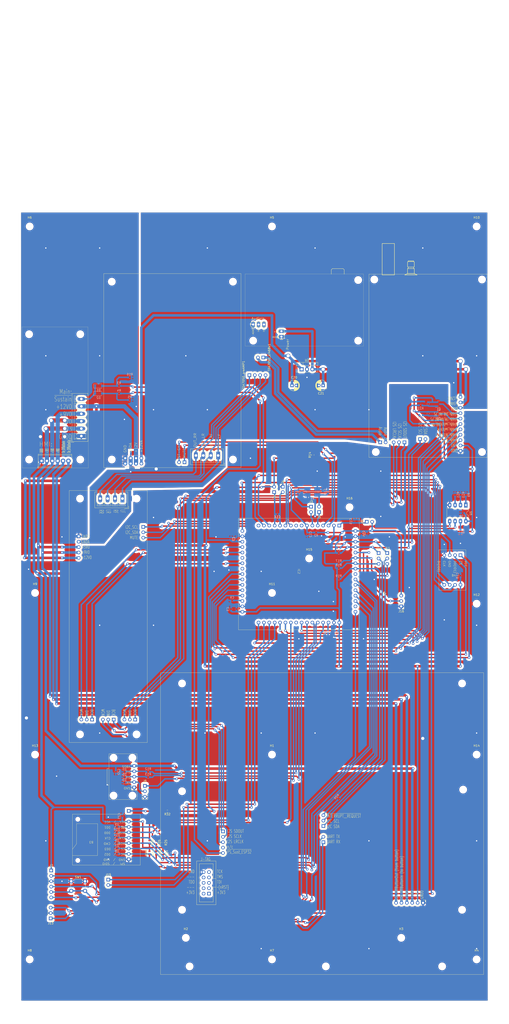
<source format=kicad_pcb>
(kicad_pcb (version 20221018) (generator pcbnew)
  (layers (0 "F.Cu" signal) (31 "B.Cu" signal) (34 "B.Paste" user) (35 "F.Paste" user) (36 "B.SilkS" user "B.Silkscreen") (37 "F.SilkS" user "F.Silkscreen") (38 "B.Mask" user) (39 "F.Mask" user) (44 "Edge.Cuts" user))
  (net 0 "")
  (net 1 "GNDA")
  (net 2 "+5VA")
  (net 3 "+12VA")
  (net 6 "/Audio_LF")
  (net 7 "/Audio_LR")
  (net 8 "/TDA7850_MUTE")
  (net 9 "/Audio_RF")
  (net 10 "/Audio_RR")
  (net 11 "/TDA7850_ST_BY")
  (net 12 "/SDIO_D02")
  (net 13 "/SDIO_D03")
  (net 14 "/SDIO_CMD")
  (net 15 "/SDIO_CLK")
  (net 16 "/SDIO_D00")
  (net 17 "/SDIO_D01")
  (net 18 "/QSPI_NCS")
  (net 19 "/QSPI_IO1")
  (net 20 "/QSPI_IO2")
  (net 21 "/QSPI_IO0")
  (net 22 "/QSPI_CLK")
  (net 23 "/QSPI_IO3")
  (net 24 "/toHMI_ON{slash}OFF_button")
  (net 25 "/fromHMI_ON{slash}OFF_button")
  (net 26 "Net-(B5-~{PS_Sustain})")
  (net 27 "/I2CM_SCL")
  (net 28 "/I2CM_SDA")
  (net 29 "/TDA741x_Mute")
  (net 30 "/~{PS_Sust_ESP32}")
  (net 31 "/si468x_audio_L")
  (net 32 "/si468x_audio_R")
  (net 33 "/I2S_CLK_si468x")
  (net 34 "/I2S_SDO_si468x")
  (net 35 "/I2S_WS_si468x")
  (net 36 "/I2S_CLK_esp32")
  (net 37 "GNDD")
  (net 38 "+3V3")
  (net 39 "+5V")
  (net 40 "+9V")
  (net 41 "+12V")
  (net 42 "/I2S_SDO_esp32")
  (net 43 "/nRST_si468x")
  (net 44 "/si468x_to_STM_interrupt")
  (net 45 "/si468x_switchFM")
  (net 46 "/si468x_switchDAB{slash}AM")
  (net 47 "Net-(B8-si468x_FM{slash}AM_ANT_PS)")
  (net 50 "Net-(B8-si468x_DAB_ANT_PS)")
  (net 51 "/I2S_WS_esp32")
  (net 52 "/I2S_CLK_stm32")
  (net 53 "/I2S_SDO_stm32")
  (net 54 "/VDDBAT")
  (net 55 "Net-(IC2-VCAP_1)")
  (net 57 "Net-(IC2-VCAP_2)")
  (net 58 "/I2S_WS_stm32")
  (net 61 "/SDIO_CardDetect")
  (net 62 "/VDDA")
  (net 63 "/nRST_stm32")
  (net 64 "Net-(D1-A)")
  (net 65 "Net-(D2-A)")
  (net 66 "/DAB_ANT_PS")
  (net 67 "/FM{slash}AM_ANT_PS")
  (net 68 "/UART_TX_stm32")
  (net 69 "/UART_RX_stm32")
  (net 71 "/Debug_SWDIO_stm32")
  (net 72 "/USB_D+")
  (net 73 "/USB_D-")
  (net 74 "/USB_ID")
  (net 75 "/Debug_SWCLK_stm32")
  (net 76 "/OSC_in")
  (net 77 "/Debug_SWO_stm32")
  (net 79 "Net-(B7-~{INT_REQ})")
  (net 80 "/I2C_SCL_esp32")
  (net 82 "/I2C_SDA_esp32")
  (net 83 "/UART_RX_esp32")
  (net 84 "/UART_TX_esp32")
  (net 85 "Net-(IC2-BOOT0)")
  (net 86 "/OSC_out")
  (net 87 "/VSSA")
  (net 88 "/~{PS_Sust_STM32}")
  (net 89 "Net-(D3-A1)")
  (net 90 "Net-(D4-A1)")
  (net 91 "Net-(D5-A1)")
  (net 92 "Net-(U1-WP)")
  (net 93 "Net-(U1-A0)")
  (net 94 "Net-(U1-A1)")
  (net 95 "Net-(U1-A2)")
  (net 96 "/ESP_to_STM_interrupt")
  (net 97 "/I2CS_SCL")
  (net 98 "/I2CS_SDA")
  (net 102 "Net-(Q1-B)")
  (net 103 "Net-(Q2-B)")
  (net 104 "Net-(J3-Pin_1)")
  (net 105 "Net-(J5-Pin_2)")
  (net 113 "Net-(J16-Pin_2)")
  (net 114 "Net-(J7-Pin_1)")
  (footprint "SileliSBreakoutFootprint:USBBreakout" (layer "F.Cu") (at 264.668 325.12 90)
    (fp_text reference "J1" hide)
    (fp_text value "POLOLU-2593" hide)
  )
  (footprint "SileliSBreakoutFootprint:TDA7850" (layer "F.Cu") (at 285.75 130.81)
    (fp_text reference "B2" hide)
    (fp_text value "TDA7850" hide)
  )
  (footprint "Resistor_SMD:R_0603_1608Metric" (layer "F.Cu") (at 277.495 361.315 90)
    (fp_text reference "R29")
    (fp_text value "10 - 47k")
  )
  (footprint "MountingHole:MountingHole_3.2mm_M3" (layer "F.Cu") (at 431.8 243.84)
    (fp_text reference "H12")
    (fp_text value "MountingHole")
  )
  (footprint "Resistor_SMD:R_0603_1608Metric" (layer "F.Cu") (at 277.495 356.235 -90)
    (fp_text reference "R30")
    (fp_text value "10 - 47k")
  )
  (footprint "Connector_PinHeader_2.54mm:PinHeader_1x02_P2.54mm_Vertical" (layer "F.Cu") (at 357.505 200.66 180)
    (fp_text reference "J5")
    (fp_text value "Conn_01x02_Pin")
  )
  (footprint "SileliSBreakoutFootprint:si468x" (layer "F.Cu") (at 410.21 138.0498 -90)
    (fp_text reference "B8" hide)
    (fp_text value "~" hide)
  )
  (footprint "Resistor_SMD:R_0603_1608Metric" (layer "F.Cu") (at 287.02 361.315 90)
    (fp_text reference "R31")
    (fp_text value "10 - 47k")
  )
  (footprint "Resistor_SMD:R_0603_1608Metric" (layer "F.Cu") (at 283.845 356.425 -90)
    (fp_text reference "R25")
    (fp_text value "10 - 47k")
  )
  (footprint "SileliSBreakoutFootprint:jackAmplifier" (layer "F.Cu") (at 348.3964 105.036)
    (fp_text reference "B1" hide)
    (fp_text value "TDA7050" hide)
  )
  (footprint "MountingHole:MountingHole_3.2mm_M3" (layer "F.Cu") (at 371.856 198.374)
    (fp_text reference "H16")
    (fp_text value "MountingHole")
  )
  (footprint "Resistor_SMD:R_0603_1608Metric" (layer "F.Cu") (at 354.584 173.736 90)
    (fp_text reference "R14")
    (fp_text value "100k n.a.")
  )
  (footprint "Connector_PinHeader_2.54mm:PinHeader_1x03_P2.54mm_Vertical" (layer "F.Cu") (at 275.336 329.707)
    (fp_text reference "J6")
    (fp_text value "Conn_01x03_Pin")
  )
  (footprint "Resistor_SMD:R_0603_1608Metric" (layer "F.Cu") (at 280.67 356.425 -90)
    (fp_text reference "R26")
    (fp_text value "10 - 47k")
  )
  (footprint "MountingHole:MountingHole_3.2mm_M3" (layer "F.Cu") (at 396.24 401.32)
    (fp_text reference "H3")
    (fp_text value "MountingHole")
  )
  (footprint "SileliSBreakoutFootprint:SDCardSDIOBreakout" (layer "F.Cu") (at 257.685 355.14 180)
    (fp_text reference "B3")
    (fp_text value "Micro_SD_Card")
  )
  (footprint "Package_DIP:DIP-8_W7.62mm_LongPads" (layer "F.Cu") (at 426.72 197.343 -90)
    (fp_text reference "U1")
    (fp_text value "24C16")
  )
  (footprint "MountingHole:MountingHole_3.2mm_M3" (layer "F.Cu") (at 223.52 238.76)
    (fp_text reference "H9")
    (fp_text value "MountingHole")
  )
  (footprint "Resistor_SMD:R_0603_1608Metric" (layer "F.Cu") (at 283.845 361.315 90)
    (fp_text reference "R28")
    (fp_text value "10 - 47k")
  )
  (footprint "Connector_PinHeader_2.54mm:PinHeader_1x03_P2.54mm_Vertical" (layer "F.Cu") (at 230.886 392.161 180)
    (fp_text reference "J13")
    (fp_text value "ftdi232")
  )
  (footprint "Resistor_SMD:R_0603_1608Metric" (layer "F.Cu") (at 280.67 361.315 90)
    (fp_text reference "R27")
    (fp_text value "10 - 47k")
  )
  (footprint "MountingHole:MountingHole_3.2mm_M3" (layer "F.Cu") (at 223.52 314.96)
    (fp_text reference "H13")
    (fp_text value "MountingHole")
  )
  (footprint "SileliSBreakoutFootprint:QSPIFlashBreakout" (layer "F.Cu") (at 421.64 228.6 -90)
    (fp_text reference "B4")
    (fp_text value "W25Q128JVS")
  )
  (footprint "Resistor_SMD:R_0603_1608Metric" (layer "F.Cu") (at 387.35 240.03 -45)
    (fp_text reference "R1")
    (fp_text value "100k")
  )
  (footprint "SileliSBreakoutFootprint:QFP64 TQFP64 LQFP64 IC adapter" (layer "F.Cu") (at 347.98 228.6 -90)
    (fp_text reference "IC2")
    (fp_text value "STM32H7A3RIT6TR")
  )
  (footprint "Connector_PinHeader_2.54mm:PinHeader_1x06_P2.54mm_Vertical" (layer "F.Cu") (at 231.14 369.57)
    (fp_text reference "J2")
    (fp_text value "ST-link cn6")
  )
  (footprint "Connector_PinHeader_2.54mm:PinHeader_1x03_P2.54mm_Vertical" (layer "F.Cu") (at 385.572 219.979)
    (fp_text reference "J10")
    (fp_text value "Conn_01x03_Pin")
  )
  (footprint "Connector_PinSocket_2.54mm:PinSocket_1x04_P2.54mm_Vertical" (layer "F.Cu") (at 324.622 136.119 90)
    (fp_text reference "TDA7050_preAMP1")
    (fp_text value "Conn_01x04")
  )
  (footprint "MountingHole:MountingHole_3.2mm_M3" (layer "F.Cu") (at 335.28 238.76)
    (fp_text reference "H11")
    (fp_text value "MountingHole")
  )
  (footprint "Connector_PinHeader_2.54mm:PinHeader_1x02_P2.54mm_Vertical" (layer "F.Cu") (at 336.296 191.267 180)
    (fp_text reference "J9")
    (fp_text value "Conn_01x02_Pin")
  )
  (footprint "MountingHole:MountingHole_3.2mm_M3" (layer "F.Cu") (at 431.8 411.48)
    (fp_text reference "H4")
    (fp_text value "MountingHole")
  )
  (footprint "MountingHole:MountingHole_3.2mm_M3" (layer "F.Cu") (at 335.28 411.48)
    (fp_text reference "H7")
    (fp_text value "MountingHole")
  )
  (footprint "Package_TO_SOT_THT:TO-220-3_Vertical" (layer "F.Cu") (at 349.25 133.35)
    (fp_text reference "U2")
    (fp_text value "LM7805_TO220")
  )
  (footprint "MountingHole:MountingHole_3.2mm_M3" (layer "F.Cu") (at 220.98 411.48)
    (fp_text reference "H8")
    (fp_text value "MountingHole")
  )
  (footprint "Resistor_SMD:R_0603_1608Metric" (layer "F.Cu") (at 364.744 173.736 90)
    (fp_text reference "R15" hide)
    (fp_text value "100k n.a.")
  )
  (footprint "SileliSBreakoutFootprint:TDA741x Audio Processor" (layer "F.Cu") (at 259.969 246.38 -90)
    (fp_text reference "B6" hide)
    (fp_text value "TDA741x" hide)
  )
  (footprint "Capacitor_THT:CP_Radial_D5.0mm_P2.00mm" (layer "F.Cu") (at 344.71 140.97)
    (fp_text reference "C20")
    (fp_text value "10uF/25V")
  )
  (footprint "Connector_PinHeader_2.54mm:PinHeader_1x02_P2.54mm_Vertical" (layer "F.Cu") (at 258.064 373.888)
    (fp_text reference "J15")
    (fp_text value "ST-link cn3")
  )
  (footprint "Resistor_SMD:R_0603_1608Metric" (layer "F.Cu") (at 285.94 341.63 180)
    (fp_text reference "R32")
    (fp_text value "1k")
  )
  (footprint "Connector_PinHeader_2.54mm:PinHeader_1x03_P2.54mm_Vertical" (layer "F.Cu") (at 389.636 219.979)
    (fp_text reference "J11")
    (fp_text value "Conn_01x03_Pin")
  )
  (footprint "Connector_PinHeader_2.54mm:PinHeader_1x02_P2.54mm_Vertical" (layer "F.Cu") (at 340.36 188.717)
    (fp_text reference "J8")
    (fp_text value "Conn_01x02_Pin")
  )
  (footprint "MountingHole:MountingHole_3.2mm_M3" (layer "F.Cu") (at 431.8 66.04)
    (fp_text reference "H10")
    (fp_text value "MountingHole")
  )
  (footprint "Button_Switch_THT:SW_PUSH_6mm_H4.3mm" (layer "F.Cu") (at 240.59 374.686)
    (fp_text reference "SW1")
    (fp_text value "SW_Push_Dual")
  )
  (footprint "MountingHole:MountingHole_3.2mm_M3" (layer "F.Cu") (at 220.98 66.04)
    (fp_text reference "H6")
    (fp_text value "MountingHole")
  )
  (footprint "MountingHole:MountingHole_3.2mm_M3" (layer "F.Cu") (at 431.8 314.96)
    (fp_text reference "H14")
    (fp_text value "MountingHole")
  )
  (footprint "MountingHole:MountingHole_3.2mm_M3" (layer "F.Cu") (at 294.64 401.32)
    (fp_text reference "H2")
    (fp_text value "MountingHole")
  )
  (footprint "SileliSBreakoutFootprint:PowerSupply" (layer "F.Cu") (at 233.68 144.78)
    (fp_text reference "B5" hide)
    (fp_text value "Power supply" hide)
  )
  (footprint "Connector_PinHeader_2.54mm:PinHeader_1x02_P2.54mm_Vertical" (layer "F.Cu") (at 379.984 205.232 90)
    (fp_text reference "J4")
    (fp_text value "Conn_01x02_Pin")
  )
  (footprint "Connector_PinSocket_2.54mm:PinSocket_1x01_P2.54mm_Vertical" (layer "F.Cu") (at 267.716 349.307 90)
    (fp_text reference "J7")
    (fp_text value "Conn_01x01_Socket")
  )
  (footprint "MountingHole:MountingHole_3.2mm_M3" (layer "F.Cu") (at 335.28 66.04)
    (fp_text reference "H5")
    (fp_text value "MountingHole")
  )
  (footprint "Capacitor_THT:CP_Radial_D5.0mm_P2.00mm" (layer "F.Cu") (at 359.41 140.97 180)
    (fp_text reference "C21")
    (fp_text value "10uF/25V")
  )
  (footprint "Connector_PinHeader_2.54mm:PinHeader_1x02_P2.54mm_Vertical" (layer "F.Cu") (at 353.695 198.12)
    (fp_text reference "J3")
    (fp_text value "Conn_01x02_Pin")
  )
  (footprint "Connector_PinSocket_2.54mm:PinSocket_1x02_P2.54mm_Vertical" (layer "F.Cu") (at 331.196 127.787 -90)
    (fp_text reference "TDA7050_si468x1")
    (fp_text value "Conn_01x02")
  )
  (footprint "SileliSBreakoutFootprint:ESP32_Hmi&Bluetooth" (layer "F.Cu") (at 366.522 337.312)
    (fp_text reference "B7" hide)
    (fp_text value "HMI module" hide)
  )
  (footprint "Connector_PinHeader_2.54mm:PinHeader_1x03_P2.54mm_Vertical" (layer "F.Cu") (at 396.24 245.11 180)
    (fp_text reference "J16")
    (fp_text value "Boot")
  )
  (footprint "MountingHole:MountingHole_3.2mm_M3" (layer "F.Cu") (at 335.28 314.96)
    (fp_text reference "H1")
    (fp_text value "MountingHole")
  )
  (footprint "MountingHole:MountingHole_3.2mm_M3" (layer "F.Cu") (at 352.806 222.504)
    (fp_text reference "H15")
    (fp_text value "MountingHole")
  )
  (footprint "Capacitor_SMD:C_0603_1608Metric" (layer "B.Cu") (at 315.976 213.36 90)
    (fp_text reference "C7")
    (fp_text value "4.7uF")
  )
  (footprint "Diode_SMD:D_SOD-523" (layer "B.Cu") (at 262.128 356.616 180)
    (fp_text reference "D6")
    (fp_text value "ESD5Z5.0T1G")
  )
  (footprint "Resistor_SMD:R_0603_1608Metric" (layer "B.Cu") (at 424.18 192.532 90)
    (fp_text reference "R10")
    (fp_text value "100k")
  )
  (footprint "Capacitor_SMD:C_0603_1608Metric" (layer "B.Cu") (at 365.76 256.54)
    (fp_text reference "C4")
    (fp_text value "100nF")
  )
  (footprint "Resistor_SMD:R_0603_1608Metric" (layer "B.Cu") (at 263.144 141.224 180)
    (fp_text reference "R3")
    (fp_text value "1k")
  )
  (footprint "Resistor_SMD:R_0603_1608Metric" (layer "B.Cu") (at 426.72 192.532 90)
    (fp_text reference "R9")
    (fp_text value "100k")
  )
  (footprint "Diode_SMD:D_SOD-123" (layer "B.Cu") (at 253.492 144.78)
    (fp_text reference "D2")
    (fp_text value "1N4148W-7-F")
  )
  (footprint "Capacitor_SMD:C_0603_1608Metric" (layer "B.Cu") (at 425.196 201.168)
    (fp_text reference "C19")
    (fp_text value "100nF")
  )
  (footprint "Capacitor_SMD:C_0603_1608Metric" (layer "B.Cu") (at 316.484 242.316 180)
    (fp_text reference "C9")
    (fp_text value "2.2uF")
  )
  (footprint "Resistor_SMD:R_0603_1608Metric" (layer "B.Cu") (at 263.144 144.78 180)
    (fp_text reference "R4")
    (fp_text value "1k")
  )
  (footprint "Resistor_SMD:R_0603_1608Metric" (layer "B.Cu") (at 366.776 232.156 180)
    (fp_text reference "R19")
    (fp_text value "10k n.a.")
  )
  (footprint "Resistor_SMD:R_0603_1608Metric" (layer "B.Cu") (at 356.108 210.312)
    (fp_text reference "R2")
    (fp_text value "100k n.a.")
  )
  (footprint "Capacitor_SMD:C_0603_1608Metric" (layer "B.Cu") (at 318.516 213.36 -90)
    (fp_text reference "C2")
    (fp_text value "100nF")
  )
  (footprint "Capacitor_SMD:C_0603_1608Metric" (layer "B.Cu") (at 377.444 210.82 90)
    (fp_text reference "C1")
    (fp_text value "100nF")
  )
  (footprint "Diode_SMD:D_SOD-523" (layer "B.Cu") (at 262.128 354.076 180)
    (fp_text reference "D11")
    (fp_text value "ESD5Z5.0T1G")
  )
  (footprint "Capacitor_SMD:C_0603_1608Metric" (layer "B.Cu") (at 264.668 343.916 -90)
    (fp_text reference "C23")
    (fp_text value "100nF")
  )
  (footprint "Capacitor_SMD:C_0603_1608Metric" (layer "B.Cu") (at 373.888 204.991 -90)
    (fp_text reference "C15")
    (fp_text value "100nF")
  )
  (footprint "Resistor_SMD:R_0603_1608Metric" (layer "B.Cu") (at 405.575 154.94)
    (fp_text reference "R23")
    (fp_text value "1k")
  )
  (footprint "Diode_SMD:D_SOD-523" (layer "B.Cu") (at 262.128 361.696 180)
    (fp_text reference "D8")
    (fp_text value "ESD5Z5.0T1G")
  )
  (footprint "Resistor_SMD:R_0603_1608Metric" (layer "B.Cu") (at 408.94 154.241 -90)
    (fp_text reference "R24" hide)
    (fp_text value "100k")
  )
  (footprint "Resistor_SMD:R_0603_1608Metric" (layer "B.Cu") (at 424.18 209.804 90)
    (fp_text reference "R8")
    (fp_text value "100k")
  )
  (footprint "Diode_SMD:D_SOD-523" (layer "B.Cu") (at 265.684 328.168 180)
    (fp_text reference "D3")
    (fp_text value "ESD5Z5.0T1G")
  )
  (footprint "Package_TO_SOT_SMD:SOT-23" (layer "B.Cu") (at 413.9415 149.794)
    (fp_text reference "Q1")
    (fp_text value "BC807")
  )
  (footprint "Capacitor_SMD:C_0603_1608Metric" (layer "B.Cu") (at 361.696 191.135 -90)
    (fp_text reference "C10")
    (fp_text value "30pF")
  )
  (footprint "Diode_SMD:D_SOD-123" (layer "B.Cu") (at 253.492 141.224)
    (fp_text reference "D1")
    (fp_text value "1N4148W-7-F")
  )
  (footprint "Resistor_SMD:R_0603_1608Metric" (layer "B.Cu") (at 366.776 335.788 -135)
    (fp_text reference "R20")
    (fp_text value "1k")
  )
  (footprint "Resistor_SMD:R_0603_1608Metric" (layer "B.Cu") (at 366.776 225.044 180)
    (fp_text reference "R17")
    (fp_text value "10k")
  )
  (footprint "Resistor_SMD:R_0603_1608Metric" (layer "B.Cu") (at 276.86 325.628 180)
    (fp_text reference "R13")
    (fp_text value "22")
  )
  (footprint "Diode_SMD:D_SOD-523" (layer "B.Cu") (at 265.684 323.088 180)
    (fp_text reference "D4")
    (fp_text value "ESD5Z5.0T1G")
  )
  (footprint "Capacitor_SMD:C_0603_1608Metric" (layer "B.Cu") (at 337.82 201.676)
    (fp_text reference "C16")
    (fp_text value "1uF")
  )
  (footprint "Capacitor_SMD:C_0603_1608Metric" (layer "B.Cu") (at 318.516 246.38 90)
    (fp_text reference "C8")
    (fp_text value "4.7uF")
  )
  (footprint "Resistor_SMD:R_0603_1608Metric" (layer "B.Cu") (at 421.64 192.532 90)
    (fp_text reference "R11")
    (fp_text value "100k")
  )
  (footprint "Crystal:Crystal_SMD_EuroQuartz_MJ-4Pin_5.0x3.2mm_HandSoldering" (layer "B.Cu") (at 354.33 191.135)
    (fp_text reference "X1")
    (fp_text value "8.0MHz 20pF")
  )
  (footprint "Capacitor_SMD:C_0603_1608Metric" (layer "B.Cu") (at 365.76 259.08 180)
    (fp_text reference "C5")
    (fp_text value "4.7uF")
  )
  (footprint "Capacitor_SMD:C_0603_1608Metric" (layer "B.Cu") (at 424.18 230.632 -90)
    (fp_text reference "C18")
    (fp_text value "100nF")
  )
  (footprint "Resistor_SMD:R_0603_1608Metric" (layer "B.Cu") (at 366.776 217.424 180)
    (fp_text reference "R6")
    (fp_text value "10k")
  )
  (footprint "Capacitor_SMD:C_0603_1608Metric" (layer "B.Cu") (at 361.696 257.035 -90)
    (fp_text reference "C13")
    (fp_text value "2.2uF")
  )
  (footprint "Diode_SMD:D_SOD-523" (layer "B.Cu") (at 265.684 325.628 180)
    (fp_text reference "D5")
    (fp_text value "ESD5Z5.0T1G")
  )
  (footprint "Package_TO_SOT_SMD:SOT-23" (layer "B.Cu") (at 413.9415 154.366)
    (fp_text reference "Q2")
    (fp_text value "BC807")
  )
  (footprint "Resistor_SMD:R_0603_1608Metric" (layer "B.Cu") (at 408.94 149.669 -90)
    (fp_text reference "R21" hide)
    (fp_text value "100k")
  )
  (footprint "Resistor_SMD:R_0603_1608Metric" (layer "B.Cu") (at 268.224 137.16 180)
    (fp_text reference "R16")
    (fp_text value "10k n.a.")
  )
  (footprint "Resistor_SMD:R_0603_1608Metric" (layer "B.Cu") (at 268.224 147.828 180)
    (fp_text reference "R5")
    (fp_text value "10k")
  )
  (footprint "Capacitor_SMD:C_0603_1608Metric" (layer "B.Cu") (at 376.428 204.991 90)
    (fp_text reference "C6")
    (fp_text value "1uF")
  )
  (footprint "Capacitor_SMD:C_0603_1608Metric" (layer "B.Cu") (at 352.044 211.087 90)
    (fp_text reference "C12")
    (fp_text value "100nF")
  )
  (footprint "Resistor_SMD:R_0603_1608Metric" (layer "B.Cu") (at 405.384 150.368)
    (fp_text reference "R22")
    (fp_text value "1k")
  )
  (footprint "Resistor_SMD:R_0603_1608Metric" (layer "B.Cu") (at 276.86 323.088 180)
    (fp_text reference "R12")
    (fp_text value "22")
  )
  (footprint "Diode_SMD:D_SOD-523" (layer "B.Cu") (at 262.128 348.996 180)
    (fp_text reference "D9")
    (fp_text value "ESD5Z5.0T1G")
  )
  (footprint "Capacitor_SMD:C_0603_1608Metric" (layer "B.Cu") (at 347.472 191.135 -90)
    (fp_text reference "C11")
    (fp_text value "30pF")
  )
  (footprint "Capacitor_SMD:C_0603_1608Metric" (layer "B.Cu") (at 315.976 246.38 -90)
    (fp_text reference "C3")
    (fp_text value "100nF")
  )
  (footprint "Diode_SMD:D_SOD-523" (layer "B.Cu") (at 262.128 351.536 180)
    (fp_text reference "D10")
    (fp_text value "ESD5Z5.0T1G")
  )
  (footprint "Capacitor_SMD:C_0603_1608Metric" (layer "B.Cu") (at 379.984 210.82 -90)
    (fp_text reference "C14")
    (fp_text value "4.7uF")
  )
  (footprint "Capacitor_SMD:C_0603_1608Metric" (layer "B.Cu") (at 261.62 323.088 90)
    (fp_text reference "C22")
    (fp_text value "100nF")
  )
  (footprint "Diode_SMD:D_SOD-523" (layer "B.Cu") (at 262.128 359.156 180)
    (fp_text reference "D7")
    (fp_text value "ESD5Z5.0T1G")
  )
  (footprint "Resistor_SMD:R_0603_1608Metric" (layer "B.Cu") (at 366.776 227.076 180)
    (fp_text reference "R18")
    (fp_text value "10k")
  )
  (footprint "Resistor_SMD:R_0603_1608Metric" (layer "B.Cu") (at 366.776 219.964 180)
    (fp_text reference "R7")
    (fp_text value "10k")
  )
  (footprint "Capacitor_SMD:C_0603_1608Metric" (layer "B.Cu") (at 337.82 204.216 180)
    (fp_text reference "C17")
    (fp_text value "100nF")
  )
  (gr_line (start 437.04 430.94) (end 436.88 59.436) (stroke (width 0.1)) (layer "Edge.Cuts"))
  (gr_line (start 436.88 59.436) (end 216.916 59.436) (stroke (width 0.1)) (layer "Edge.Cuts"))
  (gr_line (start 217.04 430.94) (end 437.04 430.94) (stroke (width 0.1)) (layer "Edge.Cuts"))
  (gr_line (start 217.04 430.94) (end 216.916 59.436) (stroke (width 0.1)) (layer "Edge.Cuts"))
  (segment (start 421.005 139.065) (end 421.005 139.7) (width 1.2) (layer "F.Cu") (net 1))
  (segment (start 351.79 137.16) (end 419.1 137.16) (width 1.2) (layer "F.Cu") (net 1))
  (segment (start 268.605 181.61) (end 279.4 181.61) (width 1.2) (layer "F.Cu") (net 1))
  (segment (start 419.1 137.16) (end 421.005 139.065) (width 1.2) (layer "F.Cu") (net 1))
  (segment (start 279.4 181.61) (end 280.67 180.34) (width 1.2) (layer "F.Cu") (net 1))
  (via (at 421.005 139.7) (size 1.2) (drill 0.61) (layers "F.Cu" "B.Cu") (net 1))
  (via (at 351.79 137.16) (size 1.2) (drill 0.61) (layers "F.Cu" "B.Cu") (net 1))
  (via (at 304.8 152.4) (size 1.2) (drill 0.61) (layers "F.Cu" "B.Cu") (net 1))
  (via (at 431.8 127) (size 1.2) (drill 0.61) (layers "F.Cu" "B.Cu") (net 1))
  (via (at 294.64 127) (size 1.2) (drill 0.61) (layers "F.Cu" "B.Cu") (net 1))
  (via (at 280.67 180.34) (size 2) (drill 1.5) (layers "F.Cu" "B.Cu") (net 1))
  (via (at 304.8 76.2) (size 1.2) (drill 0.61) (layers "F.Cu" "B.Cu") (net 1))
  (via (at 381 152.4) (size 1.2) (drill 0.61) (layers "F.Cu" "B.Cu") (net 1))
  (via (at 406.4 76.2) (size 1.2) (drill 0.61) (layers "F.Cu" "B.Cu") (net 1))
  (via (at 279.4 152.4) (size 1.2) (drill 0.61) (layers "F.Cu" "B.Cu") (net 1))
  (via (at 355.6 152.4) (size 1.2) (drill 0.61) (layers "F.Cu" "B.Cu") (net 1))
  (via (at 406.4 127) (size 1.2) (drill 0.61) (layers "F.Cu" "B.Cu") (net 1))
  (via (at 355.6 76.2) (size 1.2) (drill 0.61) (layers "F.Cu" "B.Cu") (net 1))
  (via (at 268.605 181.61) (size 1.2) (drill 0.61) (layers "F.Cu" "B.Cu") (net 1))
  (segment (start 326.4 112.2496) (end 326.4 113.4496) (width 1.2) (layer "B.Cu") (net 1))
  (segment (start 346.71 140.97) (end 351.79 140.97) (width 1.2) (layer "B.Cu") (net 1))
  (segment (start 351.79 133.35) (end 351.79 140.97) (width 1.2) (layer "B.Cu") (net 1))
  (segment (start 268.605 177.8) (end 268.605 181.61) (width 1.2) (layer "B.Cu") (net 1))
  (segment (start 422.4659 151.5118) (end 421.005 150.0509) (width 1.2) (layer "B.Cu") (net 1))
  (segment (start 249.682 214.63) (end 249.936 214.376) (width 1.2) (layer "B.Cu") (net 1))
  (segment (start 280.67 157.9796) (end 280.67 180.34) (width 1.2) (layer "B.Cu") (net 1))
  (segment (start 341.884 141.732) (end 345.948 145.796) (width 1.2) (layer "B.Cu") (net 1))
  (segment (start 314.0668 124.5828) (end 280.67 157.9796) (width 1.2) (layer "B.Cu") (net 1))
  (segment (start 257.81 181.61) (end 268.605 181.61) (width 1.2) (layer "B.Cu") (net 1))
  (segment (start 421.005 150.0509) (end 421.005 139.7) (width 1.2) (layer "B.Cu") (net 1))
  (segment (start 350.52 145.796) (end 351.536 144.78) (width 1.2) (layer "B.Cu") (net 1))
  (segment (start 351.79 140.97) (end 357.41 140.97) (width 1.2) (layer "B.Cu") (net 1))
  (segment (start 244.094 214.63) (end 249.682 214.63) (width 1.2) (layer "B.Cu") (net 1))
  (segment (start 349.1046 117.9646) (end 339.735 117.9646) (width 1.2) (layer "B.Cu") (net 1))
  (segment (start 326.4 112.2496) (end 314.0668 124.5828) (width 1.2) (layer "B.Cu") (net 1))
  (segment (start 424.18 151.5118) (end 422.4659 151.5118) (width 1.2) (layer "B.Cu") (net 1))
  (segment (start 314.1896 124.46) (end 314.0668 124.5828) (width 1.2) (layer "B.Cu") (net 1))
  (segment (start 351.536 141.224) (end 351.79 140.97) (width 1.2) (layer "B.Cu") (net 1))
  (segment (start 249.936 214.376) (end 249.936 189.484) (width 1.2) (layer "B.Cu") (net 1))
  (segment (start 332.232 124.46) (end 314.1896 124.46) (width 1.2) (layer "B.Cu") (net 1))
  (segment (start 249.936 189.484) (end 257.81 181.61) (width 1.2) (layer "B.Cu") (net 1))
  (segment (start 268.605 175.26) (end 268.605 177.8) (width 2) (layer "B.Cu") (net 1))
  (segment (start 341.884 134.112) (end 341.884 141.732) (width 1.2) (layer "B.Cu") (net 1))
  (segment (start 351.536 144.78) (end 351.536 141.224) (width 1.2) (layer "B.Cu") (net 1))
  (segment (start 351.79 120.65) (end 349.1046 117.9646) (width 1.2) (layer "B.Cu") (net 1))
  (segment (start 351.79 133.35) (end 351.79 120.65) (width 1.2) (layer "B.Cu") (net 1))
  (segment (start 345.948 145.796) (end 350.52 145.796) (width 1.2) (layer "B.Cu") (net 1))
  (segment (start 332.232 124.46) (end 341.884 134.112) (width 1.2) (layer "B.Cu") (net 1))
  (segment (start 359.41 133.35) (end 426.72 133.35) (width 1.2) (layer "F.Cu") (net 2))
  (via (at 426.72 133.35) (size 2) (drill 1.5) (layers "F.Cu" "B.Cu") (net 2))
  (via (at 359.41 133.35) (size 2) (drill 1.5) (layers "F.Cu" "B.Cu") (net 2))
  (segment (start 354.1846 115.4246) (end 354.33 115.57) (width 1.2) (layer "B.Cu") (net 2))
  (segment (start 339.735 115.4246) (end 354.1846 115.4246) (width 1.2) (layer "B.Cu") (net 2))
  (segment (start 425.7032 148.9718) (end 424.18 148.9718) (width 1.2) (layer "B.Cu") (net 2))
  (segment (start 354.33 115.57) (end 354.33 133.35) (width 1.2) (layer "B.Cu") (net 2))
  (segment (start 426.72 147.955) (end 425.7032 148.9718) (width 1.2) (layer "B.Cu") (net 2))
  (segment (start 426.72 133.35) (end 426.72 147.955) (width 1.2) (layer "B.Cu") (net 2))
  (segment (start 359.41 140.97) (end 359.41 133.35) (width 1.2) (layer "B.Cu") (net 2))
  (segment (start 359.41 133.35) (end 354.33 133.35) (width 1.2) (layer "B.Cu") (net 2))
  (segment (start 345.44 129.54) (end 342.9 127) (width 1.2) (layer "F.Cu") (net 3))
  (segment (start 424.18 129.54) (end 345.44 129.54) (width 1.2) (layer "F.Cu") (net 3))
  (via (at 424.18 129.54) (size 2) (drill 1.5) (layers "F.Cu" "B.Cu") (net 3))
  (via (at 342.9 127) (size 2) (drill 1.5) (layers "F.Cu" "B.Cu") (net 3))
  (segment (start 273.685 175.26) (end 273.685 113.665) (width 1.2) (layer "B.Cu") (net 3))
  (segment (start 344.17 128.27) (end 342.9 127) (width 1.2) (layer "B.Cu") (net 3))
  (segment (start 424.18 146.4318) (end 424.18 129.54) (width 1.2) (layer "B.Cu") (net 3))
  (segment (start 340.36 127) (end 342.9 127) (width 1.2) (layer "B.Cu") (net 3))
  (segment (start 349.25 133.35) (end 344.17 128.27) (width 1.2) (layer "B.Cu") (net 3))
  (segment (start 273.685 113.665) (end 279.4 107.95) (width 1.2) (layer "B.Cu") (net 3))
  (segment (start 335.28 121.92) (end 340.36 127) (width 1.2) (layer "B.Cu") (net 3))
  (segment (start 335.28 107.95) (end 335.28 121.92) (width 1.2) (layer "B.Cu") (net 3))
  (segment (start 344.71 128.81) (end 344.17 128.27) (width 1.2) (layer "B.Cu") (net 3))
  (segment (start 273.685 177.8) (end 273.685 175.26) (width 1.2) (layer "B.Cu") (net 3))
  (segment (start 344.71 140.97) (end 344.71 128.81) (width 1.2) (layer "B.Cu") (net 3))
  (segment (start 279.4 107.95) (end 335.28 107.95) (width 1.2) (layer "B.Cu") (net 3))
  (segment (start 309.895 173.99) (end 309.895 177.277) (width 0.65) (layer "B.Cu") (net 6))
  (segment (start 301.752 185.42) (end 268.732 185.42) (width 0.65) (layer "B.Cu") (net 6))
  (segment (start 309.895 161.529) (end 332.242 139.182) (width 0.65) (layer "B.Cu") (net 6))
  (segment (start 268.732 185.42) (end 264.739 189.413) (width 0.65) (layer "B.Cu") (net 6))
  (segment (start 332.242 139.182) (end 332.242 136.119) (width 0.65) (layer "B.Cu") (net 6))
  (segment (start 264.739 189.413) (end 264.739 194.31) (width 0.65) (layer "B.Cu") (net 6))
  (segment (start 309.895 173.99) (end 309.895 161.529) (width 0.65) (layer "B.Cu") (net 6))
  (segment (start 309.895 177.277) (end 301.752 185.42) (width 0.65) (layer "B.Cu") (net 6))
  (segment (start 307.848 165.608) (end 302.895 170.561) (width 0.65) (layer "B.Cu") (net 7))
  (segment (start 327.162 140.706) (end 307.848 160.02) (width 0.65) (layer "B.Cu") (net 7))
  (segment (start 307.848 160.02) (end 307.848 165.608) (width 0.65) (layer "B.Cu") (net 7))
  (segment (start 302.895 173.99) (end 301.752 175.133) (width 0.65) (layer "B.Cu") (net 7))
  (segment (start 264.335002 183.720998) (end 257.739 190.317) (width 0.65) (layer "B.Cu") (net 7))
  (segment (start 300.715001 183.720998) (end 264.335002 183.720998) (width 0.65) (layer "B.Cu") (net 7))
  (segment (start 257.739 190.317) (end 257.739 194.31) (width 0.65) (layer "B.Cu") (net 7))
  (segment (start 301.752 175.133) (end 301.752 182.683999) (width 0.65) (layer "B.Cu") (net 7))
  (segment (start 301.752 182.683999) (end 300.715001 183.720998) (width 0.65) (layer "B.Cu") (net 7))
  (segment (start 327.162 136.119) (end 327.162 140.706) (width 0.65) (layer "B.Cu") (net 7))
  (segment (start 302.895 170.561) (end 302.895 173.99) (width 0.65) (layer "B.Cu") (net 7))
  (segment (start 355.6 169.164) (end 359.5555 173.1195) (width 0.65) (layer "F.Cu") (net 8))
  (segment (start 359.5555 173.1195) (end 359.5555 173.228) (width 0.65) (layer "F.Cu") (net 8))
  (segment (start 354.584 172.911) (end 354.584 169.164) (width 0.65) (layer "F.Cu") (net 8))
  (segment (start 294.132 169.164) (end 354.584 169.164) (width 0.65) (layer "F.Cu") (net 8))
  (segment (start 354.584 169.164) (end 355.6 169.164) (width 0.65) (layer "F.Cu") (net 8))
  (via (at 359.5555 173.228) (size 1.2) (drill 0.61) (layers "F.Cu" "B.Cu") (net 8))
  (via (at 294.132 169.164) (size 1.2) (drill 0.61) (layers "F.Cu" "B.Cu") (net 8))
  (segment (start 359.41 207.01) (end 363.728 202.692) (width 0.65) (layer "B.Cu") (net 8))
  (segment (start 363.728 177.4005) (end 359.5555 173.228) (width 0.65) (layer "B.Cu") (net 8))
  (segment (start 294.005 169.291) (end 294.132 169.164) (width 0.65) (layer "B.Cu") (net 8))
  (segment (start 294.005 177.165) (end 294.005 169.291) (width 0.65) (layer "B.Cu") (net 8))
  (segment (start 363.728 202.692) (end 363.728 177.4005) (width 0.65) (layer "B.Cu") (net 8))
  (segment (start 306.395 171.633) (end 308.864 169.164) (width 0.65) (layer "B.Cu") (net 9))
  (segment (start 303.2125 182.4355) (end 301.077501 184.570499) (width 0.65) (layer "B.Cu") (net 9))
  (segment (start 329.702 140.198) (end 329.702 136.119) (width 0.65) (layer "B.Cu") (net 9))
  (segment (start 303.2125 177.1725) (end 303.2125 182.4355) (width 0.65) (layer "B.Cu") (net 9))
  (segment (start 306.395 173.99) (end 303.2125 177.1725) (width 0.65) (layer "B.Cu") (net 9))
  (segment (start 301.077501 184.570499) (end 266.533501 184.570499) (width 0.65) (layer "B.Cu") (net 9))
  (segment (start 308.864 169.164) (end 308.864 161.036) (width 0.65) (layer "B.Cu") (net 9))
  (segment (start 261.239 189.865) (end 261.239 194.31) (width 0.65) (layer "B.Cu") (net 9))
  (segment (start 308.864 161.036) (end 329.702 140.198) (width 0.65) (layer "B.Cu") (net 9))
  (segment (start 266.533501 184.570499) (end 261.239 189.865) (width 0.65) (layer "B.Cu") (net 9))
  (segment (start 306.395 173.99) (end 306.395 171.633) (width 0.65) (layer "B.Cu") (net 9))
  (segment (start 306.832 159.512) (end 324.622 141.722) (width 0.65) (layer "B.Cu") (net 10))
  (segment (start 299.395 173.99) (end 299.395 181.681) (width 0.65) (layer "B.Cu") (net 10))
  (segment (start 324.622 141.722) (end 324.622 136.119) (width 0.65) (layer "B.Cu") (net 10))
  (segment (start 299.395 181.681) (end 298.204503 182.871497) (width 0.65) (layer "B.Cu") (net 10))
  (segment (start 299.395 173.99) (end 299.395 172.029) (width 0.65) (layer "B.Cu") (net 10))
  (segment (start 306.832 164.592) (end 306.832 159.512) (width 0.65) (layer "B.Cu") (net 10))
  (segment (start 299.395 172.029) (end 306.832 164.592) (width 0.65) (layer "B.Cu") (net 10))
  (segment (start 298.204503 182.871497) (end 262.136503 182.871497) (width 0.65) (layer "B.Cu") (net 10))
  (segment (start 262.136503 182.871497) (end 254.239 190.769) (width 0.65) (layer "B.Cu") (net 10))
  (segment (start 254.239 190.769) (end 254.239 194.31) (width 0.65) (layer "B.Cu") (net 10))
  (segment (start 364.744 172.911) (end 362.395 172.911) (width 0.65) (layer "F.Cu") (net 11))
  (segment (start 360.426 171.196) (end 360.68 171.196) (width 0.65) (layer "F.Cu") (net 11))
  (segment (start 362.395 172.911) (end 360.68 171.196) (width 0.65) (layer "F.Cu") (net 11))
  (segment (start 356.87 167.64) (end 360.426 171.196) (width 0.65) (layer "F.Cu") (net 11))
  (segment (start 291.592 167.64) (end 356.87 167.64) (width 0.65) (layer "F.Cu") (net 11))
  (via (at 291.592 167.64) (size 1.2) (drill 0.61) (layers "F.Cu" "B.Cu") (net 11))
  (via (at 360.68 171.196) (size 1.2) (drill 0.61) (layers "F.Cu" "B.Cu") (net 11))
  (segment (start 361.95 207.01) (end 364.744 204.216) (width 0.65) (layer "B.Cu") (net 11))
  (segment (start 291.465 167.767) (end 291.592 167.64) (width 0.65) (layer "B.Cu") (net 11))
  (segment (start 291.465 177.165) (end 291.465 167.767) (width 0.65) (layer "B.Cu") (net 11))
  (segment (start 364.744 175.26) (end 360.68 171.196) (width 0.65) (layer "B.Cu") (net 11))
  (segment (start 364.744 204.216) (end 364.744 175.26) (width 0.65) (layer "B.Cu") (net 11))
  (segment (start 277.495 366.395) (end 278.892 367.792) (width 0.65) (layer "F.Cu") (net 12))
  (segment (start 351.898279 368.953721) (end 351.244558 368.3) (width 0.65) (layer "F.Cu") (net 12))
  (segment (start 284.48 368.3) (end 283.972 367.792) (width 0.65) (layer "F.Cu") (net 12))
  (segment (start 277.495 362.14) (end 277.495 366.395) (width 0.65) (layer "F.Cu") (net 12))
  (segment (start 351.244558 368.3) (end 284.48 368.3) (width 0.65) (layer "F.Cu") (net 12))
  (segment (start 278.892 367.792) (end 283.972 367.792) (width 0.65) (layer "F.Cu") (net 12))
  (via (at 283.972 367.792) (size 1.2) (drill 0.61) (layers "F.Cu" "B.Cu") (net 12))
  (via (at 351.898279 368.953721) (size 1.2) (drill 0.61) (layers "F.Cu" "B.Cu") (net 12))
  (segment (start 351.282 341.122) (end 351.282 368.337442) (width 0.65) (layer "B.Cu") (net 12))
  (segment (start 262.828 361.696) (end 267.646 361.696) (width 0.65) (layer "B.Cu") (net 12))
  (segment (start 351.282 368.337442) (end 351.898279 368.953721) (width 0.65) (layer "B.Cu") (net 12))
  (segment (start 374.65 242.57) (end 381.332998 249.252998) (width 0.65) (layer "B.Cu") (net 12))
  (segment (start 267.716 361.766) (end 277.946 361.766) (width 0.65) (layer "B.Cu") (net 12))
  (segment (start 381.332998 249.252998) (end 381.332998 311.071002) (width 0.65) (layer "B.Cu") (net 12))
  (segment (start 277.946 361.766) (end 283.972 367.792) (width 0.65) (layer "B.Cu") (net 12))
  (segment (start 381.332998 311.071002) (end 351.282 341.122) (width 0.65) (layer "B.Cu") (net 12))
  (segment (start 267.646 361.696) (end 267.716 361.766) (width 0.65) (layer "B.Cu") (net 12))
  (segment (start 352.6435 364.542856) (end 351.653642 363.552998) (width 0.65) (layer "F.Cu") (net 13))
  (segment (start 351.653642 363.552998) (end 284.655002 363.552998) (width 0.65) (layer "F.Cu") (net 13))
  (segment (start 283.845 362.14) (end 283.845 364.363) (width 0.65) (layer "F.Cu") (net 13))
  (segment (start 283.845 364.363) (end 283.718 364.49) (width 0.65) (layer "F.Cu") (net 13))
  (segment (start 284.655002 363.552998) (end 283.718 364.49) (width 0.65) (layer "F.Cu") (net 13))
  (via (at 352.6435 364.542856) (size 1.2) (drill 0.61) (layers "F.Cu" "B.Cu") (net 13))
  (via (at 283.718 364.49) (size 1.2) (drill 0.61) (layers "F.Cu" "B.Cu") (net 13))
  (segment (start 267.646 359.156) (end 267.716 359.226) (width 0.65) (layer "B.Cu") (net 13))
  (segment (start 278.454 359.226) (end 283.718 364.49) (width 0.65) (layer "B.Cu") (net 13))
  (segment (start 382.182499 247.562499) (end 382.182499 311.560125) (width 0.65) (layer "B.Cu") (net 13))
  (segment (start 374.65 240.03) (end 382.182499 247.562499) (width 0.65) (layer "B.Cu") (net 13))
  (segment (start 382.182499 311.560125) (end 352.6435 341.099124) (width 0.65) (layer "B.Cu") (net 13))
  (segment (start 262.828 359.156) (end 267.646 359.156) (width 0.65) (layer "B.Cu") (net 13))
  (segment (start 267.716 359.226) (end 278.454 359.226) (width 0.65) (layer "B.Cu") (net 13))
  (segment (start 352.6435 341.099124) (end 352.6435 364.542856) (width 0.65) (layer "B.Cu") (net 13))
  (segment (start 282.032688 365.852688) (end 286.927312 365.852688) (width 0.65) (layer "F.Cu") (net 14))
  (segment (start 353.261188 365.852688) (end 355.2005 367.792) (width 0.65) (layer "F.Cu") (net 14))
  (segment (start 280.67 364.49) (end 282.032688 365.852688) (width 0.65) (layer "F.Cu") (net 14))
  (segment (start 286.927312 365.852688) (end 353.261188 365.852688) (width 0.65) (layer "F.Cu") (net 14))
  (segment (start 280.67 362.14) (end 280.67 364.49) (width 0.65) (layer "F.Cu") (net 14))
  (via (at 286.927312 365.852688) (size 1.2) (drill 0.61) (layers "F.Cu" "B.Cu") (net 14))
  (via (at 355.2005 367.792) (size 1.2) (drill 0.61) (layers "F.Cu" "B.Cu") (net 14))
  (segment (start 277.760624 356.686) (end 286.927312 365.852688) (width 0.65) (layer "B.Cu") (net 14))
  (segment (start 267.716 356.686) (end 277.760624 356.686) (width 0.65) (layer "B.Cu") (net 14))
  (segment (start 267.646 356.616) (end 267.716 356.686) (width 0.65) (layer "B.Cu") (net 14))
  (segment (start 383.881501 242.97942) (end 383.881501 315.126499) (width 0.65) (layer "B.Cu") (net 14))
  (segment (start 262.828 356.616) (end 267.646 356.616) (width 0.65) (layer "B.Cu") (net 14))
  (segment (start 355.2005 343.8075) (end 355.2005 367.792) (width 0.65) (layer "B.Cu") (net 14))
  (segment (start 383.881501 315.126499) (end 355.2005 343.8075) (width 0.65) (layer "B.Cu") (net 14))
  (segment (start 374.65 234.95) (end 375.852081 234.95) (width 0.65) (layer "B.Cu") (net 14))
  (segment (start 375.852081 234.95) (end 383.881501 242.97942) (width 0.65) (layer "B.Cu") (net 14))
  (segment (start 352.806 367.03) (end 354.076 368.3) (width 0.65) (layer "F.Cu") (net 15))
  (segment (start 287.02 362.14) (end 288.735 362.14) (width 0.65) (layer "F.Cu") (net 15))
  (segment (start 354.076 368.3) (end 354.076 369.316) (width 0.65) (layer "F.Cu") (net 15))
  (segment (start 288.735 362.14) (end 289.56 361.315) (width 0.65) (layer "F.Cu") (net 15))
  (segment (start 289.814 367.03) (end 352.806 367.03) (width 0.65) (layer "F.Cu") (net 15))
  (via (at 289.56 361.315) (size 1.2) (drill 0.61) (layers "F.Cu" "B.Cu") (net 15))
  (via (at 289.814 367.03) (size 1.2) (drill 0.61) (layers "F.Cu" "B.Cu") (net 15))
  (via (at 354.076 369.316) (size 1.2) (drill 0.61) (layers "F.Cu" "B.Cu") (net 15))
  (segment (start 289.56 361.315) (end 289.56 366.776) (width 0.65) (layer "B.Cu") (net 15))
  (segment (start 289.56 366.776) (end 289.814 367.03) (width 0.65) (layer "B.Cu") (net 15))
  (segment (start 383.032 313.944) (end 354.076 342.9) (width 0.65) (layer "B.Cu") (net 15))
  (segment (start 374.65 237.49) (end 383.032 245.872) (width 0.65) (layer "B.Cu") (net 15))
  (segment (start 354.076 342.9) (end 354.076 369.316) (width 0.65) (layer "B.Cu") (net 15))
  (segment (start 262.828 354.076) (end 267.646 354.076) (width 0.65) (layer "B.Cu") (net 15))
  (segment (start 267.646 354.076) (end 267.716 354.146) (width 0.65) (layer "B.Cu") (net 15))
  (segment (start 276.93 354.146) (end 289.814 367.03) (width 0.65) (layer "B.Cu") (net 15))
  (segment (start 383.032 245.872) (end 383.032 313.944) (width 0.65) (layer "B.Cu") (net 15))
  (segment (start 267.716 354.146) (end 276.93 354.146) (width 0.65) (layer "B.Cu") (net 15))
  (segment (start 278.892 353.822) (end 280.67 355.6) (width 0.65) (layer "F.Cu") (net 16))
  (segment (start 284.5885 345.8395) (end 324.104 345.8395) (width 0.65) (layer "F.Cu") (net 16))
  (segment (start 278.892 351.536) (end 284.5885 345.8395) (width 0.65) (layer "F.Cu") (net 16))
  (segment (start 278.892 351.536) (end 278.892 353.822) (width 0.65) (layer "F.Cu") (net 16))
  (via (at 278.892 351.536) (size 1.2) (drill 0.61) (layers "F.Cu" "B.Cu") (net 16))
  (via (at 324.104 345.8395) (size 1.2) (drill 0.61) (layers "F.Cu" "B.Cu") (net 16))
  (segment (start 278.822 351.606) (end 278.892 351.536) (width 0.65) (layer "B.Cu") (net 16))
  (segment (start 262.898 351.606) (end 262.828 351.536) (width 0.65) (layer "B.Cu") (net 16))
  (segment (start 331.47 261.874) (end 324.104 269.24) (width 0.65) (layer "B.Cu") (net 16))
  (segment (start 267.716 351.606) (end 278.822 351.606) (width 0.65) (layer "B.Cu") (net 16))
  (segment (start 331.47 261.874) (end 331.47 252.73) (width 0.65) (layer "B.Cu") (net 16))
  (segment (start 267.716 351.606) (end 262.898 351.606) (width 0.65) (layer "B.Cu") (net 16))
  (segment (start 324.104 269.24) (end 324.104 345.8395) (width 0.65) (layer "B.Cu") (net 16))
  (segment (start 281.432 351.536) (end 286.004 346.964) (width 0.65) (layer "F.Cu") (net 17))
  (segment (start 283.845 353.949) (end 283.845 355.6) (width 0.65) (layer "F.Cu") (net 17))
  (segment (start 281.432 351.536) (end 283.845 353.949) (width 0.65) (layer "F.Cu") (net 17))
  (segment (start 286.004 346.964) (end 342.392 346.964) (width 0.65) (layer "F.Cu") (net 17))
  (via (at 342.392 346.964) (size 1.2) (drill 0.61) (layers "F.Cu" "B.Cu") (net 17))
  (via (at 281.432 351.536) (size 1.2) (drill 0.61) (layers "F.Cu" "B.Cu") (net 17))
  (segment (start 267.646 348.996) (end 267.716 349.066) (width 0.65) (layer "B.Cu") (net 17))
  (segment (start 262.828 348.996) (end 267.646 348.996) (width 0.65) (layer "B.Cu") (net 17))
  (segment (start 267.716 349.066) (end 278.962 349.066) (width 0.65) (layer "B.Cu") (net 17))
  (segment (start 342.392 346.964) (end 344.17 345.186) (width 0.65) (layer "B.Cu") (net 17))
  (segment (start 344.17 345.186) (end 344.17 252.73) (width 0.65) (layer "B.Cu") (net 17))
  (segment (start 278.962 349.066) (end 281.432 351.536) (width 0.65) (layer "B.Cu") (net 17))
  (segment (start 316.992 269.24) (end 428.244 269.24) (width 0.65) (layer "F.Cu") (net 18))
  (via (at 316.992 269.24) (size 1.2) (drill 0.61) (layers "F.Cu" "B.Cu") (net 18))
  (via (at 428.244 269.24) (size 1.2) (drill 0.61) (layers "F.Cu" "B.Cu") (net 18))
  (segment (start 428.244 225.044) (end 428.244 269.24) (width 0.65) (layer "B.Cu") (net 18))
  (segment (start 321.31 240.03) (end 313.69 240.03) (width 0.65) (layer "B.Cu") (net 18))
  (segment (start 308.864 244.856) (end 308.864 261.112) (width 0.65) (layer "B.Cu") (net 18))
  (segment (start 424.18 220.98) (end 428.244 225.044) (width 0.65) (layer "B.Cu") (net 18))
  (segment (start 308.864 261.112) (end 316.992 269.24) (width 0.65) (layer "B.Cu") (net 18))
  (segment (start 313.69 240.03) (end 308.864 244.856) (width 0.65) (layer "B.Cu") (net 18))
  (segment (start 308.864 267.716) (end 426.72 267.716) (width 0.65) (layer "F.Cu") (net 19))
  (via (at 308.864 267.716) (size 1.2) (drill 0.61) (layers "F.Cu" "B.Cu") (net 19))
  (via (at 426.72 267.716) (size 1.2) (drill 0.61) (layers "F.Cu" "B.Cu") (net 19))
  (segment (start 426.72 227.076) (end 426.72 267.716) (width 0.65) (layer "B.Cu") (net 19))
  (segment (start 421.64 220.98) (end 421.64 221.996) (width 0.65) (layer "B.Cu") (net 19))
  (segment (start 421.64 221.996) (end 426.72 227.076) (width 0.65) (layer "B.Cu") (net 19))
  (segment (start 308.864 267.716) (end 306.284501 265.136501) (width 0.65) (layer "B.Cu") (net 19))
  (segment (start 315.722 232.41) (end 321.31 232.41) (width 0.65) (layer "B.Cu") (net 19))
  (segment (start 306.284501 265.136501) (end 306.284501 241.847499) (width 0.65) (layer "B.Cu") (net 19))
  (segment (start 306.284501 241.847499) (end 315.722 232.41) (width 0.65) (layer "B.Cu") (net 19))
  (segment (start 414.02 187.96) (end 343.408 187.96) (width 0.65) (layer "F.Cu") (net 20))
  (segment (start 414.528 188.468) (end 414.02 187.96) (width 0.65) (layer "F.Cu") (net 20))
  (via (at 414.528 188.468) (size 1.2) (drill 0.61) (layers "F.Cu" "B.Cu") (net 20))
  (via (at 343.408 187.96) (size 1.2) (drill 0.61) (layers "F.Cu" "B.Cu") (net 20))
  (segment (start 344.17 207.01) (end 342.9 205.74) (width 0.65) (layer "B.Cu") (net 20))
  (segment (start 419.1 214.884) (end 414.528 210.312) (width 0.65) (layer "B.Cu") (net 20))
  (segment (start 419.1 220.98) (end 419.1 214.884) (width 0.65) (layer "B.Cu") (net 20))
  (segment (start 342.9 188.468) (end 343.408 187.96) (width 0.65) (layer "B.Cu") (net 20))
  (segment (start 342.9 205.74) (end 342.9 188.468) (width 0.65) (layer "B.Cu") (net 20))
  (segment (start 414.528 210.312) (end 414.528 188.468) (width 0.65) (layer "B.Cu") (net 20))
  (segment (start 412.056741 185.351259) (end 412.6045 185.351259) (width 0.65) (layer "F.Cu") (net 21))
  (segment (start 411.988 185.42) (end 412.056741 185.351259) (width 0.65) (layer "F.Cu") (net 21))
  (segment (start 342.392 185.42) (end 411.988 185.42) (width 0.65) (layer "F.Cu") (net 21))
  (via (at 342.392 185.42) (size 1.2) (drill 0.61) (layers "F.Cu" "B.Cu") (net 21))
  (via (at 412.6045 185.351259) (size 1.2) (drill 0.61) (layers "F.Cu" "B.Cu") (net 21))
  (segment (start 412.329501 190.931897) (end 412.329501 185.626258) (width 0.65) (layer "B.Cu") (net 21))
  (segment (start 342.050499 206.589501) (end 342.050499 185.761501) (width 0.65) (layer "B.Cu") (net 21))
  (segment (start 416.56 234.95) (end 412.730006 231.120006) (width 0.65) (layer "B.Cu") (net 21))
  (segment (start 412.730006 231.120006) (end 412.730006 191.332402) (width 0.65) (layer "B.Cu") (net 21))
  (segment (start 412.329501 185.626258) (end 412.6045 185.351259) (width 0.65) (layer "B.Cu") (net 21))
  (segment (start 341.63 207.01) (end 342.050499 206.589501) (width 0.65) (layer "B.Cu") (net 21))
  (segment (start 412.730006 191.332402) (end 412.329501 190.931897) (width 0.65) (layer "B.Cu") (net 21))
  (segment (start 342.050499 185.761501) (end 342.392 185.42) (width 0.65) (layer "B.Cu") (net 21))
  (segment (start 321.056 186.944) (end 321.271954 186.728046) (width 0.65) (layer "F.Cu") (net 22))
  (segment (start 321.271954 186.728046) (end 413.454001 186.728046) (width 0.65) (layer "F.Cu") (net 22))
  (via (at 321.056 186.944) (size 1.2) (drill 0.61) (layers "F.Cu" "B.Cu") (net 22))
  (via (at 413.454001 186.728046) (size 1.2) (drill 0.61) (layers "F.Cu" "B.Cu") (net 22))
  (segment (start 413.579507 229.429507) (end 413.579507 190.980527) (width 0.65) (layer "B.Cu") (net 22))
  (segment (start 419.1 234.95) (end 413.579507 229.429507) (width 0.65) (layer "B.Cu") (net 22))
  (segment (start 321.31 209.55) (end 321.31 187.198) (width 0.65) (layer "B.Cu") (net 22))
  (segment (start 321.31 187.198) (end 321.056 186.944) (width 0.65) (layer "B.Cu") (net 22))
  (segment (start 413.579507 190.980527) (end 413.4035 190.80452) (width 0.65) (layer "B.Cu") (net 22))
  (segment (start 413.4035 190.80452) (end 413.4035 186.778547) (width 0.65) (layer "B.Cu") (net 22))
  (segment (start 413.4035 186.778547) (end 413.454001 186.728046) (width 0.65) (layer "B.Cu") (net 22))
  (segment (start 411.48 183.388) (end 329.184 183.388) (width 0.65) (layer "F.Cu") (net 23))
  (via (at 329.184 183.388) (size 1.2) (drill 0.61) (layers "F.Cu" "B.Cu") (net 23))
  (via (at 411.48 183.388) (size 1.2) (drill 0.61) (layers "F.Cu" "B.Cu") (net 23))
  (segment (start 411.48 191.283772) (end 411.48 183.388) (width 0.65) (layer "B.Cu") (net 23))
  (segment (start 419.354 237.236) (end 416.56 237.236) (width 0.65) (layer "B.Cu") (net 23))
  (segment (start 327.318499 202.858499) (end 327.318499 185.253501) (width 0.65) (layer "B.Cu") (net 23))
  (segment (start 421.64 234.95) (end 419.354 237.236) (width 0.65) (layer "B.Cu") (net 23))
  (segment (start 331.47 207.01) (end 327.318499 202.858499) (width 0.65) (layer "B.Cu") (net 23))
  (segment (start 411.880505 232.556505) (end 411.880505 191.684277) (width 0.65) (layer "B.Cu") (net 23))
  (segment (start 416.56 237.236) (end 411.880505 232.556505) (width 0.65) (layer "B.Cu") (net 23))
  (segment (start 327.318499 185.253501) (end 329.184 183.388) (width 0.65) (layer "B.Cu") (net 23))
  (segment (start 411.880505 191.684277) (end 411.48 191.283772) (width 0.65) (layer "B.Cu") (net 23))
  (segment (start 396.24 288.925) (end 232.283 288.925) (width 1.2) (layer "F.Cu") (net 24))
  (segment (start 232.283 288.925) (end 232.156 289.052) (width 1.2) (layer "F.Cu") (net 24))
  (via (at 232.156 289.052) (size 1.2) (drill 0.61) (layers "F.Cu" "B.Cu") (net 24))
  (via (at 396.24 288.925) (size 1.2) (drill 0.61) (layers "F.Cu" "B.Cu") (net 24))
  (segment (start 232.156 182.88) (end 232.156 289.052) (width 1.2) (layer "B.Cu") (net 24))
  (segment (start 236.728 178.308) (end 232.156 182.88) (width 1.2) (layer "B.Cu") (net 24))
  (segment (start 396.352 384.822) (end 396.352 289.037) (width 1.2) (layer "B.Cu") (net 24))
  (segment (start 236.728 176.53) (end 236.728 178.308) (width 1.2) (layer "B.Cu") (net 24))
  (segment (start 396.352 289.037) (end 396.24 288.925) (width 1.2) (layer "B.Cu") (net 24))
  (segment (start 393.7 290.83) (end 233.934 290.83) (width 1.2) (layer "F.Cu") (net 25))
  (segment (start 233.934 290.83) (end 233.68 291.084) (width 1.2) (layer "F.Cu") (net 25))
  (via (at 393.7 290.83) (size 1.2) (drill 0.61) (layers "F.Cu" "B.Cu") (net 25))
  (via (at 233.68 291.084) (size 1.2) (drill 0.61) (layers "F.Cu" "B.Cu") (net 25))
  (segment (start 239.268 176.53) (end 239.268 178.816) (width 1.2) (layer "B.Cu") (net 25))
  (segment (start 393.812 384.822) (end 393.812 290.942) (width 1.2) (layer "B.Cu") (net 25))
  (segment (start 393.812 290.942) (end 393.7 290.83) (width 1.2) (layer "B.Cu") (net 25))
  (segment (start 239.268 178.816) (end 233.68 184.404) (width 1.2) (layer "B.Cu") (net 25))
  (segment (start 233.68 184.404) (end 233.68 291.084) (width 1.2) (layer "B.Cu") (net 25))
  (segment (start 249.302 147.32) (end 251.842 144.78) (width 0.65) (layer "B.Cu") (net 26))
  (segment (start 245.364 147.32) (end 249.302 147.32) (width 0.65) (layer "B.Cu") (net 26))
  (segment (start 251.842 141.224) (end 251.842 144.78) (width 0.65) (layer "B.Cu") (net 26))
  (segment (start 382.763 217.17) (end 383.017 217.424) (width 0.65) (layer "F.Cu") (net 27))
  (segment (start 370.84 217.17) (end 332.486 217.17) (width 0.65) (layer "F.Cu") (net 27))
  (segment (start 400.304 208.3885) (end 399.6875 207.772) (width 0.65) (layer "F.Cu") (net 27))
  (segment (start 332.486 217.17) (end 322.58 207.264) (width 0.65) (layer "F.Cu") (net 27))
  (segment (start 421.64 207.772) (end 421.0235 208.3885) (width 0.65) (layer "F.Cu") (net 27))
  (segment (start 383.017 217.424) (end 399.6875 217.424) (width 0.65) (layer "F.Cu") (net 27))
  (segment (start 322.58 207.264) (end 283.464 207.264) (width 0.65) (layer "F.Cu") (net 27))
  (segment (start 421.0235 208.3885) (end 400.304 208.3885) (width 0.65) (layer "F.Cu") (net 27))
  (via (at 399.6875 207.772) (size 1.2) (drill 0.61) (layers "F.Cu" "B.Cu") (net 27))
  (via (at 421.64 207.772) (size 1.2) (drill 0.61) (layers "F.Cu" "B.Cu") (net 27))
  (via (at 283.464 207.264) (size 1.2) (drill 0.61) (layers "F.Cu" "B.Cu") (net 27))
  (via (at 382.763 217.17) (size 1.2) (drill 0.61) (layers "F.Cu" "B.Cu") (net 27))
  (via (at 399.6875 217.424) (size 1.2) (drill 0.61) (layers "F.Cu" "B.Cu") (net 27))
  (via (at 370.84 217.17) (size 1.2) (drill 0.61) (layers "F.Cu" "B.Cu") (net 27))
  (segment (start 283.464 207.264) (end 283.083 207.645) (width 0.65) (layer "B.Cu") (net 27))
  (segment (start 405.125 166.2438) (end 405.125 168.407) (width 0.65) (layer "B.Cu") (net 27))
  (segment (start 399.796 217.3155) (end 399.6875 217.424) (width 0.65) (layer "B.Cu") (net 27))
  (segment (start 399.6875 207.772) (end 399.796 207.8805) (width 0.65) (layer "B.Cu") (net 27))
  (segment (start 283.083 207.645) (end 274.574 207.645) (width 0.65) (layer "B.Cu") (net 27))
  (segment (start 368.046 219.964) (end 370.84 217.17) (width 0.65) (layer "B.Cu") (net 27))
  (segment (start 399.796 173.736) (end 399.796 207.6635) (width 0.65) (layer "B.Cu") (net 27))
  (segment (start 374.65 217.17) (end 382.763 217.17) (width 0.65) (layer "B.Cu") (net 27))
  (segment (start 399.796 207.6635) (end 399.6875 207.772) (width 0.65) (layer "B.Cu") (net 27))
  (segment (start 421.64 204.963) (end 421.64 207.772) (width 0.65) (layer "B.Cu") (net 27))
  (segment (start 405.125 168.407) (end 399.796 173.736) (width 0.65) (layer "B.Cu") (net 27))
  (segment (start 374.65 217.17) (end 370.84 217.17) (width 0.65) (layer "B.Cu") (net 27))
  (segment (start 367.601 219.964) (end 368.046 219.964) (width 0.65) (layer "B.Cu") (net 27))
  (segment (start 382.763 217.17) (end 385.572 219.979) (width 0.65) (layer "B.Cu") (net 27))
  (segment (start 399.796 207.8805) (end 399.796 217.3155) (width 0.65) (layer "B.Cu") (net 27))
  (segment (start 384.287 214.63) (end 384.541 214.884) (width 0.65) (layer "F.Cu") (net 28))
  (segment (start 322.907811 206.160499) (end 332.393312 215.646) (width 0.65) (layer "F.Cu") (net 28))
  (segment (start 419.1 207.264) (end 401.32 207.264) (width 0.65) (layer "F.Cu") (net 28))
  (segment (start 286.512 205.8855) (end 286.786999 206.160499) (width 0.65) (layer "F.Cu") (net 28))
  (segment (start 332.393312 215.646) (end 369.316 215.646) (width 0.65) (layer "F.Cu") (net 28))
  (segment (start 286.786999 206.160499) (end 322.907811 206.160499) (width 0.65) (layer "F.Cu") (net 28))
  (segment (start 384.541 214.884) (end 401.32 214.884) (width 0.65) (layer "F.Cu") (net 28))
  (via (at 286.512 205.8855) (size 1.2) (drill 0.61) (layers "F.Cu" "B.Cu") (net 28))
  (via (at 401.32 214.884) (size 1.2) (drill 0.61) (layers "F.Cu" "B.Cu") (net 28))
  (via (at 401.32 207.264) (size 1.2) (drill 0.61) (layers "F.Cu" "B.Cu") (net 28))
  (via (at 419.1 207.264) (size 1.2) (drill 0.61) (layers "F.Cu" "B.Cu") (net 28))
  (via (at 384.287 214.63) (size 1.2) (drill 0.61) (layers "F.Cu" "B.Cu") (net 28))
  (via (at 369.316 215.646) (size 1.2) (drill 0.61) (layers "F.Cu" "B.Cu") (net 28))
  (segment (start 367.601 217.361) (end 369.316 215.646) (width 0.65) (layer "B.Cu") (net 28))
  (segment (start 283.337 210.185) (end 274.574 210.185) (width 0.65) (layer "B.Cu") (net 28))
  (segment (start 286.512 205.8855) (end 286.512 207.01) (width 0.65) (layer "B.Cu") (net 28))
  (segment (start 384.287 214.63) (end 389.636 219.979) (width 0.65) (layer "B.Cu") (net 28))
  (segment (start 370.332 214.63) (end 369.316 215.646) (width 0.65) (layer "B.Cu") (net 28))
  (segment (start 374.65 214.63) (end 384.287 214.63) (width 0.65) (layer "B.Cu") (net 28))
  (segment (start 419.1 204.963) (end 419.1 207.264) (width 0.65) (layer "B.Cu") (net 28))
  (segment (start 286.512 207.01) (end 283.337 210.185) (width 0.65) (layer "B.Cu") (net 28))
  (segment (start 374.65 214.63) (end 370.332 214.63) (width 0.65) (layer "B.Cu") (net 28))
  (segment (start 407.665 167.391) (end 401.32 173.736) (width 0.65) (layer "B.Cu") (net 28))
  (segment (start 401.32 173.736) (end 401.32 207.264) (width 0.65) (layer "B.Cu") (net 28))
  (segment (start 407.665 166.2438) (end 407.665 167.391) (width 0.65) (layer "B.Cu") (net 28))
  (segment (start 401.32 207.264) (end 401.32 214.884) (width 0.65) (layer "B.Cu") (net 28))
  (segment (start 367.601 217.424) (end 367.601 217.361) (width 0.65) (layer "B.Cu") (net 28))
  (segment (start 323.399999 205.035999) (end 332.74 214.376) (width 0.65) (layer "F.Cu") (net 29))
  (segment (start 289.306 205.035999) (end 323.399999 205.035999) (width 0.65) (layer "F.Cu") (net 29))
  (segment (start 332.74 214.376) (end 361.696 214.376) (width 0.65) (layer "F.Cu") (net 29))
  (via (at 361.696 214.376) (size 1.2) (drill 0.61) (layers "F.Cu" "B.Cu") (net 29))
  (via (at 289.306 205.035999) (size 1.2) (drill 0.61) (layers "F.Cu" "B.Cu") (net 29))
  (segment (start 282.575 212.725) (end 274.574 212.725) (width 0.65) (layer "B.Cu") (net 29))
  (segment (start 364.49 211.582) (end 361.696 214.376) (width 0.65) (layer "B.Cu") (net 29))
  (segment (start 289.306 205.994) (end 282.575 212.725) (width 0.65) (layer "B.Cu") (net 29))
  (segment (start 289.306 205.035999) (end 289.306 205.994) (width 0.65) (layer "B.Cu") (net 29))
  (segment (start 364.49 207.01) (end 364.49 211.582) (width 0.65) (layer "B.Cu") (net 29))
  (segment (start 325.628 144.272) (end 329.692 148.336) (width 0.65) (layer "F.Cu") (net 30))
  (segment (start 269.748 144.272) (end 325.628 144.272) (width 0.65) (layer "F.Cu") (net 30))
  (via (at 269.748 144.272) (size 1.2) (drill 0.61) (layers "F.Cu" "B.Cu") (net 30))
  (via (at 329.692 148.336) (size 1.2) (drill 0.61) (layers "F.Cu" "B.Cu") (net 30))
  (segment (start 329.692 178.816) (end 328.168 180.34) (width 0.65) (layer "B.Cu") (net 30))
  (segment (start 314.452 180.34) (end 298.704 196.088) (width 0.65) (layer "B.Cu") (net 30))
  (segment (start 269.24 144.78) (end 269.748 144.272) (width 0.65) (layer "B.Cu") (net 30))
  (segment (start 329.692 148.336) (end 329.692 178.816) (width 0.65) (layer "B.Cu") (net 30))
  (segment (start 298.704 355.092) (end 304.944 361.332) (width 0.65) (layer "B.Cu") (net 30))
  (segment (start 304.944 361.332) (end 312.166 361.332) (width 0.65) (layer "B.Cu") (net 30))
  (segment (start 263.969 144.78) (end 269.24 144.78) (width 0.65) (layer "B.Cu") (net 30))
  (segment (start 328.168 180.34) (end 314.452 180.34) (width 0.65) (layer "B.Cu") (net 30))
  (segment (start 298.704 196.088) (end 298.704 355.092) (width 0.65) (layer "B.Cu") (net 30))
  (segment (start 338.203501 144.147501) (end 338.203501 132.744501) (width 1.2) (layer "B.Cu") (net 31))
  (segment (start 338.203501 132.744501) (end 333.246 127.787) (width 1.2) (layer "B.Cu") (net 31))
  (segment (start 333.246 127.787) (end 331.196 127.787) (width 1.2) (layer "B.Cu") (net 31))
  (segment (start 388.869 166.365) (end 385.064 162.56) (width 1.2) (layer "B.Cu") (net 31))
  (segment (start 385.064 162.56) (end 356.616 162.56) (width 1.2) (layer "B.Cu") (net 31))
  (segment (start 388.869 167.7678) (end 388.869 166.365) (width 1.2) (layer "B.Cu") (net 31))
  (segment (start 356.616 162.56) (end 338.203501 144.147501) (width 1.2) (layer "B.Cu") (net 31))
  (segment (start 333.527102 130.048) (end 330.157 130.048) (width 1.2) (layer "B.Cu") (net 32))
  (segment (start 330.157 130.048) (end 328.656 128.547) (width 1.2) (layer "B.Cu") (net 32))
  (segment (start 356.108 164.084) (end 336.804 144.78) (width 1.2) (layer "B.Cu") (net 32))
  (segment (start 328.656 128.547) (end 328.656 127.787) (width 1.2) (layer "B.Cu") (net 32))
  (segment (start 382.6452 164.084) (end 356.108 164.084) (width 1.2) (layer "B.Cu") (net 32))
  (segment (start 336.804 133.324898) (end 333.527102 130.048) (width 1.2) (layer "B.Cu") (net 32))
  (segment (start 336.804 144.78) (end 336.804 133.324898) (width 1.2) (layer "B.Cu") (net 32))
  (segment (start 386.329 167.7678) (end 382.6452 164.084) (width 1.2) (layer "B.Cu") (net 32))
  (segment (start 344.257501 190.666499) (end 341.884 193.04) (width 0.65) (layer "F.Cu") (net 33))
  (segment (start 341.884 193.04) (end 294.64 193.04) (width 0.65) (layer "F.Cu") (net 33))
  (segment (start 390.709999 190.666499) (end 394.0995 194.056) (width 0.65) (layer "F.Cu") (net 33))
  (segment (start 344.257501 190.666499) (end 390.709999 190.666499) (width 0.65) (layer "F.Cu") (net 33))
  (via (at 294.64 193.04) (size 1.2) (drill 0.61) (layers "F.Cu" "B.Cu") (net 33))
  (via (at 394.0995 194.056) (size 1.2) (drill 0.61) (layers "F.Cu" "B.Cu") (net 33))
  (segment (start 395.209 167.7678) (end 395.209 169.687) (width 0.65) (layer "B.Cu") (net 33))
  (segment (start 294.64 193.04) (end 293.624 194.056) (width 0.65) (layer "B.Cu") (net 33))
  (segment (start 394.0995 170.7965) (end 394.0995 194.056) (width 0.65) (layer "B.Cu") (net 33))
  (segment (start 293.624 269.748) (end 270.764 292.608) (width 0.65) (layer "B.Cu") (net 33))
  (segment (start 395.209 169.687) (end 394.0995 170.7965) (width 0.65) (layer "B.Cu") (net 33))
  (segment (start 293.624 194.056) (end 293.624 269.748) (width 0.65) (layer "B.Cu") (net 33))
  (segment (start 270.764 292.608) (end 270.764 298.45) (width 0.65) (layer "B.Cu") (net 33))
  (segment (start 342.029 194.165) (end 292.3905 194.165) (width 0.65) (layer "F.Cu") (net 34))
  (segment (start 393.7 196.088) (end 389.128 191.516) (width 0.65) (layer "F.Cu") (net 34))
  (segment (start 292.3905 194.165) (end 292.1 194.4555) (width 0.65) (layer "F.Cu") (net 34))
  (segment (start 344.678 191.516) (end 342.029 194.165) (width 0.65) (layer "F.Cu") (net 34))
  (segment (start 396.24 196.088) (end 393.7 196.088) (width 0.65) (layer "F.Cu") (net 34))
  (segment (start 389.128 191.516) (end 344.678 191.516) (width 0.65) (layer "F.Cu") (net 34))
  (via (at 396.24 196.088) (size 1.2) (drill 0.61) (layers "F.Cu" "B.Cu") (net 34))
  (via (at 292.1 194.4555) (size 1.2) (drill 0.61) (layers "F.Cu" "B.Cu") (net 34))
  (segment (start 268.224 293.624) (end 268.224 298.45) (width 0.65) (layer "B.Cu") (net 34))
  (segment (start 397.749 167.7678) (end 397.749 170.195) (width 0.65) (layer "B.Cu") (net 34))
  (segment (start 292.1 269.748) (end 268.224 293.624) (width 0.65) (layer "B.Cu") (net 34))
  (segment (start 292.1 194.4555) (end 292.1 269.748) (width 0.65) (layer "B.Cu") (net 34))
  (segment (start 396.24 171.704) (end 396.24 196.088) (width 0.65) (layer "B.Cu") (net 34))
  (segment (start 397.749 170.195) (end 396.24 171.704) (width 0.65) (layer "B.Cu") (net 34))
  (segment (start 345.186 192.532) (end 342.646 195.072) (width 0.65) (layer "F.Cu") (net 35))
  (segment (start 342.646 195.072) (end 293.896247 195.072) (width 0.65) (layer "F.Cu") (net 35))
  (segment (start 293.896247 195.072) (end 290.848247 198.12) (width 0.65) (layer "F.Cu") (net 35))
  (segment (start 387.621561 192.532) (end 345.186 192.532) (width 0.65) (layer "F.Cu") (net 35))
  (segment (start 392.302061 197.2125) (end 387.621561 192.532) (width 0.65) (layer "F.Cu") (net 35))
  (via (at 290.848247 198.12) (size 1.2) (drill 0.61) (layers "F.Cu" "B.Cu") (net 35))
  (via (at 392.302061 197.2125) (size 1.2) (drill 0.61) (layers "F.Cu" "B.Cu") (net 35))
  (segment (start 290.848247 198.12) (end 290.848247 269.221753) (width 0.65) (layer "B.Cu") (net 35))
  (segment (start 265.684 294.386) (end 265.684 298.45) (width 0.65) (layer "B.Cu") (net 35))
  (segment (start 290.848247 269.221753) (end 265.684 294.386) (width 0.65) (layer "B.Cu") (net 35))
  (segment (start 392.669 167.7678) (end 392.669 196.845561) (width 0.65) (layer "B.Cu") (net 35))
  (segment (start 392.669 196.845561) (end 392.302061 197.2125) (width 0.65) (layer "B.Cu") (net 35))
  (segment (start 311.404 301.244) (end 310.896 300.736) (width 0.65) (layer "F.Cu") (net 36))
  (segment (start 267.957213 300.736) (end 265.684 303.009213) (width 0.65) (layer "F.Cu") (net 36))
  (segment (start 310.896 300.736) (end 267.957213 300.736) (width 0.65) (layer "F.Cu") (net 36))
  (via (at 265.684 303.009213) (size 1.2) (drill 0.61) (layers "F.Cu" "B.Cu") (net 36))
  (via (at 311.404 301.244) (size 1.2) (drill 0.61) (layers "F.Cu" "B.Cu") (net 36))
  (segment (start 312.42 302.26) (end 311.404 301.244) (width 0.65) (layer "B.Cu") (net 36))
  (segment (start 312.784 353.712) (end 313.944 352.552) (width 0.65) (layer "B.Cu") (net 36))
  (segment (start 263.663213 303.009213) (end 265.684 303.009213) (width 0.65) (layer "B.Cu") (net 36))
  (segment (start 260.604 298.45) (end 260.604 299.95) (width 0.65) (layer "B.Cu") (net 36))
  (segment (start 312.166 353.712) (end 312.784 353.712) (width 0.65) (layer "B.Cu") (net 36))
  (segment (start 312.42 348.676) (end 312.42 302.26) (width 0.65) (layer "B.Cu") (net 36))
  (segment (start 260.604 299.95) (end 263.663213 303.009213) (width 0.65) (layer "B.Cu") (net 36))
  (segment (start 313.944 350.2) (end 312.42 348.676) (width 0.65) (layer "B.Cu") (net 36))
  (segment (start 313.944 352.552) (end 313.944 350.2) (width 0.65) (layer "B.Cu") (net 36))
  (segment (start 220.98 212.852) (end 221.488 212.344) (width 0.65) (layer "F.Cu") (net 37))
  (segment (start 413.004 212.344) (end 416.56 215.9) (width 0.65) (layer "F.Cu") (net 37))
  (segment (start 362.204 221.996) (end 370.332 221.996) (width 0.65) (layer "F.Cu") (net 37))
  (segment (start 406.4 307.34) (end 294.132 307.34) (width 2) (layer "F.Cu") (net 37))
  (segment (start 364.236 242.824) (end 364.236 247.396) (width 0.65) (layer "F.Cu") (net 37))
  (segment (start 265.684 156.972) (end 271.272 151.384) (width 0.65) (layer "F.Cu") (net 37))
  (segment (start 252.984 359.156) (end 236.22 359.156) (width 0.65) (layer "F.Cu") (net 37))
  (segment (start 294.132 307.34) (end 289.56 311.912) (width 2) (layer "F.Cu") (net 37))
  (segment (start 271.272 151.384) (end 271.272 150.876) (width 0.65) (layer "F.Cu") (net 37))
  (segment (start 369.824 212.344) (end 372.364 214.884) (width 0.65) (layer "F.Cu") (net 37))
  (segment (start 221.488 212.344) (end 236.22 212.344) (width 0.65) (layer "F.Cu") (net 37))
  (segment (start 242.824 329.184) (end 227.076 329.184) (width 0.65) (layer "F.Cu") (net 37))
  (segment (start 237.49 165.1) (end 226.06 165.1) (width 2) (layer "F.Cu") (net 37))
  (segment (start 417.068 215.392) (end 416.56 215.9) (width 0.65) (layer "F.Cu") (net 37))
  (segment (start 386.588 181.356) (end 356.616 181.356) (width 0.65) (layer "F.Cu") (net 37))
  (segment (start 227.076 329.184) (end 219.456 321.564) (width 0.65) (layer "F.Cu") (net 37))
  (segment (start 242.824 311.912) (end 242.824 329.184) (width 2) (layer "F.Cu") (net 37))
  (segment (start 362.204 221.996) (end 362.204 240.792) (width 0.65) (layer "F.Cu") (net 37))
  (segment (start 372.364 214.884) (end 372.364 219.964) (width 0.65) (layer "F.Cu") (net 37))
  (segment (start 268.224 214.884) (end 255.524 227.584) (width 0.65) (layer "F.Cu") (net 37))
  (segment (start 372.364 219.964) (end 370.586 221.742) (width 0.65) (layer "F.Cu") (net 37))
  (segment (start 258.064 364.236) (end 252.984 359.156) (width 0.65) (layer "F.Cu") (net 37))
  (segment (start 308.864 212.344) (end 306.324 214.884) (width 0.65) (layer "F.Cu") (net 37))
  (segment (start 424.18 215.392) (end 417.068 215.392) (width 0.65) (layer "F.Cu") (net 37))
  (segment (start 258.064 344.424) (end 258.064 364.236) (width 0.65) (layer "F.Cu") (net 37))
  (segment (start 242.824 329.184) (end 257.556 329.184) (width 2) (layer "F.Cu") (net 37))
  (segment (start 359.13 212.344) (end 358.648 211.862) (width 0.65) (layer "F.Cu") (net 37))
  (segment (start 255.524 227.584) (end 220.472 227.584) (width 0.65) (layer "F.Cu") (net 37))
  (segment (start 355.6 202.692) (end 386.588 202.692) (width 0.65) (layer "F.Cu") (net 37))
  (segment (start 362.204 240.792) (end 364.236 242.824) (width 0.65) (layer "F.Cu") (net 37))
  (segment (start 219.456 321.564) (end 219.456 297.688) (width 0.65) (layer "F.Cu") (net 37))
  (segment (start 306.324 214.884) (end 268.224 214.884) (width 0.65) (layer "F.Cu") (net 37))
  (segment (start 390.652 212.344) (end 413.004 212.344) (width 0.65) (layer "F.Cu") (net 37))
  (segment (start 236.22 359.156) (end 236.22 374.65) (width 0.65) (layer "F.Cu") (net 37))
  (segment (start 370.332 221.996) (end 370.586 221.742) (width 0.65) (layer "F.Cu") (net 37))
  (segment (start 289.56 311.912) (end 242.824 311.912) (width 2) (layer "F.Cu") (net 37))
  (segment (start 369.824 212.344) (end 359.13 212.344) (width 0.65) (layer "F.Cu") (net 37))
  (via (at 400.05 236.22) (size 1.2) (drill 0.61) (layers "F.Cu" "B.Cu") (net 37))
  (via (at 356.616 181.356) (size 1.2) (drill 0.61) (layers "F.Cu" "B.Cu") (net 37))
  (via (at 237.49 165.1) (size 2) (drill 1.5) (layers "F.Cu" "B.Cu") (net 37))
  (via (at 424.18 215.392) (size 1.2) (drill 0.61) (layers "F.Cu" "B.Cu") (net 37))
  (via (at 308.864 212.344) (size 1.2) (drill 0.61) (layers "F.Cu" "B.Cu") (net 37))
  (via (at 431.8 254) (size 1.2) (drill 0.61) (layers "F.Cu" "B.Cu") (net 37))
  (via (at 325.12 175.26) (size 1.2) (drill 0.61) (layers "F.Cu" "B.Cu") (net 37))
  (via (at 220.98 212.852) (size 1.2) (drill 0.61) (layers "F.Cu" "B.Cu") (net 37))
  (via (at 406.4 307.34) (size 2) (drill 1.5) (layers "F.Cu" "B.Cu") (net 37))
  (via (at 390.652 212.344) (size 1.2) (drill 0.61) (layers "F.Cu" "B.Cu") (net 37))
  (via (at 330.2 228.6) (size 1.2) (drill 0.61) (layers "F.Cu" "B.Cu") (net 37))
  (via (at 271.272 150.876) (size 1.2) (drill 0.61) (layers "F.Cu" "B.Cu") (net 37))
  (via (at 369.824 212.344) (size 1.2) (drill 0.61) (layers "F.Cu" "B.Cu") (net 37))
  (via (at 303.6755 304.8) (size 1.2) (drill 0.61) (layers "F.Cu" "B.Cu") (net 37))
  (via (at 357.378 237.998) (size 1.2) (drill 0.61) (layers "F.Cu" "B.Cu") (net 37))
  (via (at 381 406.4) (size 1.2) (drill 0.61) (layers "F.Cu" "B.Cu") (net 37))
  (via (at 416.56 251.46) (size 1.2) (drill 0.61) (layers "F.Cu" "B.Cu") (net 37))
  (via (at 347.98 260.35) (size 1.2) (drill 0.61) (layers "F.Cu" "B.Cu") (net 37))
  (via (at 314.96 227.965) (size 1.2) (drill 0.61) (layers "F.Cu" "B.Cu") (net 37))
  (via (at 279.4 254) (size 1.2) (drill 0.61) (layers "F.Cu" "B.Cu") (net 37))
  (via (at 386.588 202.692) (size 1.2) (drill 0.61) (layers "F.Cu" "B.Cu") (net 37))
  (via (at 220.472 227.584) (size 1.2) (drill 0.61) (layers "F.Cu" "B.Cu") (net 37))
  (via (at 228.6 76.2) (size 1.2) (drill 0.61) (layers "F.Cu" "B.Cu") (net 37))
  (via (at 254 254) (size 1.2) (drill 0.61) (layers "F.Cu" "B.Cu") (net 37))
  (via (at 364.236 247.396) (size 1.2) (drill 0.61) (layers "F.Cu" "B.Cu") (net 37))
  (via (at 431.8 406.4) (size 1.2) (drill 0.61) (layers "F.Cu" "B.Cu") (net 37))
  (via (at 279.4 203.2) (size 1.2) (drill 0.61) (layers "F.Cu" "B.Cu") (net 37))
  (via (at 383.54 232.41) (size 1.2) (drill 0.61) (layers "F.Cu" "B.Cu") (net 37))
  (via (at 233.68 325.12) (size 1.2) (drill 0.61) (layers "F.Cu" "B.Cu") (net 37))
  (via (at 258.064 344.424) (size 1.2) (drill 0.61) (layers "F.Cu" "B.Cu") (net 37))
  (via (at 355.6 202.692) (size 1.2) (drill 0.61) (layers "F.Cu" "B.Cu") (net 37))
  (via (at 228.6 127) (size 1.2) (drill 0.61) (layers "F.Cu" "B.Cu") (net 37))
  (via (at 431.8 304.8) (size 1.2) (drill 0.61) (layers "F.Cu" "B.Cu") (net 37))
  (via (at 265.684 156.972) (size 1.2) (drill 0.61) (layers "F.Cu" "B.Cu") (net 37))
  (via (at 307.975 228.6) (size 1.2) (drill 0.61) (layers "F.Cu" "B.Cu") (net 37))
  (via (at 431.8 203.2) (size 1.2) (drill 0.61) (layers "F.Cu" "B.Cu") (net 37))
  (via (at 330.2 304.8) (size 1.2) (drill 0.61) (layers "F.Cu" "B.Cu") (net 37))
  (via (at 304.8 355.6) (size 1.2) (drill 0.61) (layers "F.Cu" "B.Cu") (net 37))
  (via (at 364.236 242.824) (size 1.2) (drill 0.61) (layers "F.Cu" "B.Cu") (net 37))
  (via (at 431.8 355.6) (size 1.2) (drill 0.61) (layers "F.Cu" "B.Cu") (net 37))
  (via (at 228.6 355.6) (size 1.2) (drill 0.61) (layers "F.Cu" "B.Cu") (net 37))
  (via (at 219.456 297.688) (size 2) (drill 1.5) (layers "F.Cu" "B.Cu") (net 37))
  (via (at 254 304.8) (size 1.2) (drill 0.61) (layers "F.Cu" "B.Cu") (net 37))
  (via (at 358.648 211.862) (size 1.2) (drill 0.61) (layers "F.Cu" "B.Cu") (net 37))
  (via (at 236.22 212.344) (size 1.2) (drill 0.61) (layers "F.Cu" "B.Cu") (net 37))
  (via (at 258.064 364.236) (size 1.2) (drill 0.61) (layers "F.Cu" "B.Cu") (net 37))
  (via (at 386.588 181.356) (size 1.2) (drill 0.61) (layers "F.Cu" "B.Cu") (net 37))
  (via (at 381 355.6) (size 1.2) (drill 0.61) (layers "F.Cu" "B.Cu") (net 37))
  (via (at 236.22 374.65) (size 1.2) (drill 0.61) (layers "F.Cu" "B.Cu") (net 37))
  (via (at 257.556 329.184) (size 1.2) (drill 0.61) (layers "F.Cu" "B.Cu") (net 37))
  (via (at 416.56 215.9) (size 1.2) (drill 0.61) (layers "F.Cu" "B.Cu") (net 37))
  (via (at 330.2 406.4) (size 1.2) (drill 0.61) (layers "F.Cu" "B.Cu") (net 37))
  (via (at 355.6 304.8) (size 1.2) (drill 0.61) (layers "F.Cu" "B.Cu") (net 37))
  (via (at 254 127) (size 1.2) (drill 0.61) (layers "F.Cu" "B.Cu") (net 37))
  (via (at 378.46 260.35) (size 1.2) (drill 0.61) (layers "F.Cu" "B.Cu") (net 37))
  (via (at 226.06 165.1) (size 2) (drill 1.5) (layers "F.Cu" "B.Cu") (net 37))
  (via (at 228.6 152.4) (size 1.2) (drill 0.61) (layers "F.Cu" "B.Cu") (net 37))
  (via (at 254 76.2) (size 1.2) (drill 0.61) (layers "F.Cu" "B.Cu") (net 37))
  (segment (start 364.985 259.08) (end 364.49 259.08) (width 0.65) (layer "B.Cu") (net 37))
  (segment (start 261.62 323.863) (end 263.411 323.863) (width 0.65) (layer "B.Cu") (net 37))
  (segment (start 356.616 181.356) (end 356.655 181.317) (width 0.65) (layer "B.Cu") (net 37))
  (segment (start 417.068 201.676) (end 418.084 200.66) (width 0.65) (layer "B.Cu") (net 37))
  (segment (start 321.31 212.09) (end 318.516 212.09) (width 0.65) (layer "B.Cu") (net 37))
  (segment (start 340.36 181.864) (end 340.868 181.356) (width 0.65) (layer "B.Cu") (net 37))
  (segment (start 265.176 336.55) (end 265.176 337.566) (width 0.65) (layer "B.Cu") (net 37))
  (segment (start 318.516 245.605) (end 318.516 245.11) (width 0.65) (layer "B.Cu") (net 37))
  (segment (start 364.985 252.984) (end 364.49 252.984) (width 0.65) (layer "B.Cu") (net 37))
  (segment (start 260.096 359.156) (end 260.096 361.696) (width 0.65) (layer "B.Cu") (net 37))
  (segment (start 266.065 175.26) (end 266.065 177.8) (width 2) (layer "B.Cu") (net 37))
  (segment (start 418.084 200.66) (end 419.1 200.66) (width 0.65) (layer "B.Cu") (net 37))
  (segment (start 260.096 364.236) (end 260.166 364.306) (width 0.65) (layer "B.Cu") (net 37))
  (segment (start 417.068 226.568) (end 416.56 226.06) (width 0.65) (layer "B.Cu") (net 37))
  (segment (start 265.176 330.708) (end 265.176 336.55) (width 0.65) (layer "B.Cu") (net 37))
  (segment (start 359.524 190.36) (end 358.874 189.71) (width 0.65) (layer "B.Cu") (net 37))
  (segment (start 261.428 359.156) (end 260.096 359.156) (width 0.65) (layer "B.Cu") (net 37))
  (segment (start 236.22 374.65) (end 240.554 374.65) (width 0.65) (layer "B.Cu") (net 37))
  (segment (start 361.696 190.36) (end 359.524 190.36) (width 0.65) (layer "B.Cu") (net 37))
  (segment (start 424.18 171.8318) (end 424.18 191.707) (width 0.65) (layer "B.Cu") (net 37))
  (segment (start 226.06 176.022) (end 226.568 176.53) (width 2) (layer "B.Cu") (net 37))
  (segment (start 352.005 192.56) (end 355.6 196.155) (width 0.65) (layer "B.Cu") (net 37))
  (segment (start 245.364 164.82) (end 265.15 164.82) (width 2) (layer "B.Cu") (net 37))
  (segment (start 416.56 226.06) (end 416.56 220.98) (width 0.65) (layer "B.Cu") (net 37))
  (segment (start 263.652 328.168) (end 263.652 330.708) (width 0.65) (layer "B.Cu") (net 37))
  (segment (start 259.347 343.141) (end 258.064 344.424) (width 0.65) (layer "B.Cu") (net 37))
  (segment (start 347.472 191.91) (end 348.122 192.56) (width 0.65) (layer "B.Cu") (net 37))
  (segment (start 421.64 191.707) (end 419.925 191.707) (width 0.65) (layer "B.Cu") (net 37))
  (segment (start 294.894 378.46) (end 255.27 378.46) (width 0.65) (layer "B.Cu") (net 37))
  (segment (start 417.893 210.629) (end 417.068 209.804) (width 0.65) (layer "B.Cu") (net 37))
  (segment (start 260.096 354.076) (end 260.096 356.616) (width 0.65) (layer "B.Cu") (net 37))
  (segment (start 264.984 323.088) (end 263.652 323.088) (width 0.65) (layer "B.Cu") (net 37))
  (segment (start 364.49 247.65) (end 364.236 247.396) (width 0.65) (layer "B.Cu") (net 37))
  (segment (start 270.764 137.16) (end 269.049 137.16) (width 0.65) (layer "B.Cu") (net 37))
  (segment (start 379.984 212.09) (end 390.398 212.09) (width 0.65) (layer "B.Cu") (net 37))
  (segment (start 265.684 330.708) (end 265.176 330.708) (width 0.65) (layer "B.Cu") (net 37))
  (segment (start 355.6 196.155) (end 355.6 202.692) (width 0.65) (layer "B.Cu") (net 37))
  (segment (start 321.31 212.09) (end 351.816 212.09) (width 0.65) (layer "B.Cu") (net 37))
  (segment (start 315.976 212.585) (end 318.516 212.585) (width 0.65) (layer "B.Cu") (net 37))
  (segment (start 265.176 330.708) (end 263.652 330.708) (width 0.65) (layer "B.Cu") (net 37))
  (segment (start 271.78 146.812) (end 271.78 138.176) (width 0.65) (layer "B.Cu") (net 37))
  (segment (start 379.984 211.595) (end 379.984 212.09) (width 0.65) (layer "B.Cu") (net 37))
  (segment (start 400.05 245.11) (end 400.05 236.22) (width 0.65) (layer "B.Cu") (net 37))
  (segment (start 261.428 351.536) (end 260.096 351.536) (width 0.65) (layer "B.Cu") (net 37))
  (segment (start 340.868 181.356) (end 356.616 181.356) (width 0.65) (layer "B.Cu") (net 37))
  (segment (start 326.39 242.57) (end 363.982 242.57) (width 0.65) (layer "B.Cu") (net 37))
  (segment (start 245.364 164.82) (end 237.77 164.82) (width 2) (layer "B.Cu") (net 37))
  (segment (start 220.472 213.36) (end 220.472 227.584) (width 0.65) (layer "B.Cu") (net 37))
  (segment (start 417.068 209.804) (end 417.068 201.676) (width 0.65) (layer "B.Cu") (net 37))
  (segment (start 373.888 204.216) (end 376.428 204.216) (width 0.65) (layer "B.Cu") (net 37))
  (segment (start 265.43 337.82) (end 274.32 337.82) (width 0.65) (layer "B.Cu") (net 37))
  (segment (start 261.428 354.076) (end 260.096 354.076) (width 0.65) (layer "B.Cu") (net 37))
  (segment (start 421.64 191.707) (end 424.18 191.707) (width 0.65) (layer "B.Cu") (net 37))
  (segment (start 255.27 365.76) (end 256.794 364.236) (width 0.65) (layer "B.Cu") (net 37))
  (segment (start 265.15 164.82) (end 265.684 164.286) (width 0.65) (layer "B.Cu") (net 37))
  (segment (start 259.08 330.708) (end 257.556 329.184) (width 0.65) (layer "B.Cu") (net 37))
  (segment (start 247.09 374.686) (end 240.59 374.686) (width 0.65) (layer "B.Cu") (net 37))
  (segment (start 419.1 200.66) (end 419.1 197.343) (width 0.65) (layer "B.Cu") (net 37))
  (segment (start 270.298 330.45) (end 270.506 330.45) (width 0.65) (layer "B.Cu") (net 37))
  (segment (start 266.065 165.735) (end 266.065 175.26) (width 2) (layer "B.Cu") (net 37))
  (segment (start 260.166 364.306) (end 267.716 364.306) (width 0.65) (layer "B.Cu") (net 37))
  (segment (start 424.18 210.629) (end 424.18 215.392) (width 0.65) (layer "B.Cu") (net 37))
  (segment (start 369.824 212.344) (end 374.396 212.344) (width 0.65) (layer "B.Cu") (net 37))
  (segment (start 226.568 176.53) (end 220.98 182.118) (width 0.65) (layer "B.Cu") (net 37))
  (segment (start 315.976 212.585) (end 309.105 212.585) (width 0.65) (layer "B.Cu") (net 37))
  (segment (start 352.044 211.862) (end 358.648 211.862) (width 0.65) (layer "B.Cu") (net 37))
  (segment (start 263.652 330.708) (end 259.08 330.708) (width 0.65) (layer "B.Cu") (net 37))
  (segment (start 318.516 245.11) (end 316.23 245.11) (width 0.65) (layer "B.Cu") (net 37))
  (segment (start 255.27 378.46) (end 255.27 365.76) (width 0.65) (layer "B.Cu") (net 37))
  (segment (start 406.512 307.452) (end 406.4 307.34) (width 2) (layer "B.Cu") (net 37))
  (segment (start 364.49 252.73) (end 364.49 256.54) (width 0.65) (layer "B.Cu") (net 37))
  (segment (start 419.925 191.707) (end 419.1 192.532) (width 0.65) (layer "B.Cu") (net 37))
  (segment (start 379.984 212.09) (end 377.444 212.09) (width 0.65) (layer "B.Cu") (net 37))
  (segment (start 271.78 138.176) (end 270.764 137.16) (width 0.65) (layer "B.Cu") (net 37))
  (segment (start 358.874 189.71) (end 356.655 189.71) (width 0.65) (layer "B.Cu") (net 37))
  (segment (start 377.444 211.595) (end 377.444 212.09) (width 0.65) (layer "B.Cu") (net 37))
  (segment (start 376.428 204.216) (end 376.428 202.692) (width 0.65) (layer "B.Cu") (net 37))
  (segment (start 416.56 220.98) (end 416.56 215.9) (width 0.65) (layer "B.Cu") (net 37))
  (segment (start 340.36 188.717) (end 340.36 181.864) (width 0.65) (layer "B.Cu") (net 37))
  (segment (start 219.456 228.6) (end 219.456 297.688) (width 0.65) (layer "B.Cu") (net 37))
  (segment (start 264.984 328.168) (end 263.652 328.168) (width 0.65) (layer "B.Cu") (net 37))
  (segment (start 260.096 351.536) (end 260.096 354.076) (width 0.65) (layer "B.Cu") (net 37))
  (segment (start 220.98 182.118) (end 220.98 212.852) (width 0.65) (layer "B.Cu") (net 37))
  (segment (start 377.444 212.09) (end 374.65 212.09) (width 0.65) (layer "B.Cu") (net 37))
  (segment (start 264.668 343.141) (end 259.347 343.141) (width 0.65) (layer "B.Cu") (net 37))
  (segment (start 263.652 324.104) (end 263.652 325.628) (width 0.65) (layer "B.Cu") (net 37))
  (segment (start 237.77 164.82) (end 237.49 165.1) (width 2) (layer "B.Cu") (net 37))
  (segment (start 351.816 212.09) (end 352.044 211.862) (width 0.65) (layer "B.Cu") (net 37))
  (segment (start 261.428 361.696) (end 260.096 361.696) (width 0.65) (layer "B.Cu") (net 37))
  (segment (start 321.31 245.11) (end 318.516 245.11) (width 0.65) (layer "B.Cu") (net 37))
  (segment (start 361.696 258.826) (end 361.696 257.81) (width 0.65) (layer "B.Cu") (net 37))
  (segment (start 265.176 342.633) (end 265.176 337.566) (width 0.65) (layer "B.Cu") (net 37))
  (segment (start 264.668 343.141) (end 265.176 342.633) (width 0.65) (layer "B.Cu") (net 37))
  (segment (start 269.049 147.828) (end 270.764 147.828) (width 0.65) (layer "B.Cu") (net 37))
  (segment (start 265.176 337.566) (end 265.43 337.82) (width 0.65) (layer "B.Cu") (net 37))
  (segment (start 274.32 337.82) (end 275.336 336.804) (width 0.65) (layer "B.Cu") (net 37))
  (segment (start 363.982 242.57) (end 364.236 242.824) (width 0.65) (layer "B.Cu") (net 37))
  (segment (start 265.176 336.55) (end 265.176 336.804) (width 0.65) (layer "B.Cu") (net 37))
  (segment (start 396.24 245.11) (end 400.05 245.11) (width 0.65) (layer "B.Cu") (net 37))
  (segment (start 263.652 325.628) (end 263.652 328.168) (width 0.65) (layer "B.Cu") (net 37))
  (segment (start 364.985 256.54) (end 364.49 256.54) (width 0.65) (layer "B.Cu") (net 37))
  (segment (start 260.096 356.616) (end 260.096 359.156) (width 0.65) (layer "B.Cu") (net 37))
  (segment (start 309.105 212.585) (end 308.864 212.344) (width 0.65) (layer "B.Cu") (net 37))
  (segment (start 270.764 147.828) (end 271.272 147.32) (width 0.65) (layer "B.Cu") (net 37))
  (segment (start 376.428 202.692) (end 386.588 202.692) (width 0.65) (layer "B.Cu") (net 37))
  (segment (start 374.396 212.344) (end 374.65 212.09) (width 0.65) (layer "B.Cu") (net 37))
  (segment (start 323.85 245.11) (end 326.39 242.57) (width 0.65) (layer "B.Cu") (net 37))
  (segment (start 244.094 212.09) (end 236.474 212.09) (width 1.2) (layer "B.Cu") (net 37))
  (segment (start 315.976 245.364) (end 316.23 245.11) (width 0.65) (layer "B.Cu") (net 37))
  (segment (start 227.33 374.65) (end 227.345 374.665) (width 0.65) (layer "B.Cu") (net 37))
  (segment (start 265.942 330.45) (end 270.298 330.45) (width 0.65) (layer "B.Cu") (net 37))
  (segment (start 271.272 147.32) (end 271.78 146.812) (width 0.65) (layer "B.Cu") (net 37))
  (segment (start 364.49 259.08) (end 361.95 259.08) (width 0.65) (layer "B.Cu") (net 37))
  (segment (start 263.652 323.088) (end 263.652 324.104) (width 0.65) (layer "B.Cu") (net 37))
  (segment (start 419.608 201.168) (end 419.1 200.66) (width 0.65) (layer "B.Cu") (net 37))
  (segment (start 315.976 245.605) (end 315.976 245.364) (width 0.65) (layer "B.Cu") (net 37))
  (segment (start 356.655 181.317) (end 356.655 189.71) (width 0.65) (layer "B.Cu") (net 37))
  (segment (start 263.411 323.863) (end 263.652 324.104) (width 0.65) (layer "B.Cu") (net 37))
  (segment (start 240.554 374.65) (end 240.59 374.686) (width 0.65) (layer "B.Cu") (net 37))
  (segment (start 256.794 364.236) (end 258.064 364.236) (width 0.65) (layer "B.Cu") (net 37))
  (segment (start 361.95 259.08) (end 361.696 258.826) (width 0.65) (layer "B.Cu") (net 37))
  (segment (start 419.1 192.532) (end 419.1 197.343) (width 0.65) (layer "B.Cu") (net 37))
  (segment (start 426.72 191.707) (end 424.18 191.707) (width 0.65) (layer "B.Cu") (net 37))
  (segment (start 348.122 192.56) (end 352.005 192.56) (width 0.65) (layer "B.Cu") (net 37))
  (segment (start 364.49 256.54) (end 364.49 259.08) (width 0.65) (layer "B.Cu") (net 37))
  (segment (start 390.398 212.09) (end 390.652 212.344) (width 0.65) (layer "B.Cu") (net 37))
  (segment (start 321.31 245.11) (end 323.85 245.11) (width 0.65) (layer "B.Cu") (net 37))
  (segment (start 265.684 330.708) (end 265.942 330.45) (width 0.65) (layer "B.Cu") (net 37))
  (segment (start 316.23 245.11) (end 315.709 244.589) (width 0.65) (layer "B.Cu") (net 37))
  (segment (start 315.709 244.589) (end 315.709 242.316) (width 0.65) (layer "B.Cu") (net 37))
  (segment (start 261.428 356.616) (end 260.096 356.616) (width 0.65) (layer "B.Cu") (net 37))
  (segment (start 260.096 348.996) (end 260.096 351.536) (width 0.65) (layer "B.Cu") (net 37))
  (segment (start 260.096 361.696) (end 260.096 364.236) (width 0.65) (layer "B.Cu") (net 37))
  (segment (start 265.15 164.82) (end 266.065 165.735) (width 2) (layer "B.Cu") (net 37))
  (segment (start 364.49 252.73) (end 364.49 247.65) (width 0.65) (layer "B.Cu") (net 37))
  (segment (start 231.14 374.65) (end 236.22 374.65) (width 0.65) (layer "B.Cu") (net 37))
  (segment (start 264.984 325.628) (end 263.652 325.628) (width 0.65) (layer "B.Cu") (net 37))
  (segment (start 318.516 212.585) (end 318.516 212.09) (width 0.65) (layer "B.Cu") (net 37))
  (segment (start 265.684 164.286) (end 265.684 156.972) (width 0.65) (layer "B.Cu") (net 37))
  (segment (start 406.512 384.822) (end 406.512 307.452) (width 2) (layer "B.Cu") (net 37))
  (segment (start 220.98 212.852) (end 220.472 213.36) (width 0.65) (layer "B.Cu") (net 37))
  (segment (start 424.18 229.857) (end 420.891 226.568) (width 0.65) (layer "B.Cu") (net 37))
  (segment (start 258.064 364.236) (end 260.096 364.236) (width 0.65) (layer "B.Cu") (net 37))
  (segment (start 303.022 370.332) (end 294.894 378.46) (width 0.65) (layer "B.Cu") (net 37))
  (segment (start 386.588 202.692) (end 386.588 181.356) (width 0.65) (layer "B.Cu") (net 37))
  (segment (start 271.272 150.876) (end 271.272 147.32) (width 0.65) (layer "B.Cu") (net 37))
  (segment (start 261.428 348.996) (end 260.096 348.996) (width 0.65) (layer "B.Cu") (net 37))
  (segment (start 424.18 210.629) (end 417.893 210.629) (width 0.65) (layer "B.Cu") (net 37))
  (segment (start 420.891 226.568) (end 417.068 226.568) (width 0.65) (layer "B.Cu") (net 37))
  (segment (start 226.06 165.1) (end 226.06 176.022) (width 2) (layer "B.Cu") (net 37))
  (segment (start 236.474 212.09) (end 236.22 212.344) (width 1.2) (layer "B.Cu") (net 37))
  (segment (start 275.336 336.804) (end 275.336 334.787) (width 0.65) (layer "B.Cu") (net 37))
  (segment (start 424.421 201.168) (end 419.608 201.168) (width 0.65) (layer "B.Cu") (net 37))
  (segment (start 220.472 227.584) (end 219.456 228.6) (width 0.65) (layer "B.Cu") (net 37))
  (segment (start 283.845 360.49) (end 283.845 358.775) (width 0.65) (layer "F.Cu") (net 38))
  (segment (start 416.56 167.132) (end 416.56 175.26) (width 0.65) (layer "F.Cu") (net 38))
  (segment (start 364.744 175.1645) (end 364.744 174.561) (width 0.65) (layer "F.Cu") (net 38))
  (segment (start 368.3 210.312) (end 361.696 210.312) (width 0.65) (layer "F.Cu") (net 38))
  (segment (start 237.49 161.29) (end 228.6 161.29) (width 2) (layer "F.Cu") (net 38))
  (segment (start 280.67 357.25) (end 280.67 358.775) (width 0.65) (layer "F.Cu") (net 38))
  (segment (start 421.64 180.34) (end 429.768 180.34) (width 0.65) (layer "F.Cu") (net 38))
  (segment (start 277.495 360.49) (end 277.495 358.775) (width 0.65) (layer "F.Cu") (net 38))
  (segment (start 304.292 216.408) (end 270.51 216.408) (width 1.2) (layer "F.Cu") (net 38))
  (segment (start 287.02 358.775) (end 283.845 358.775) (width 0.65) (layer "F.Cu") (net 38))
  (segment (start 277.495 358.775) (end 280.67 358.775) (width 0.65) (layer "F.Cu") (net 38))
  (segment (start 257.302 229.616) (end 224.536 229.616) (width 1.2) (layer "F.Cu") (net 38))
  (segment (start 402.336 152.908) (end 416.56 167.132) (width 0.65) (layer "F.Cu") (net 38))
  (segment (start 287.02 360.49) (end 287.02 358.775) (width 0.65) (layer "F.Cu") (net 38))
  (segment (start 277.495 358.775) (end 277.495 357.06) (width 0.65) (layer "F.Cu") (net 38))
  (segment (start 354.584 175.26) (end 336.296 175.26) (width 0.65) (layer "F.Cu") (net 38))
  (segment (start 354.584 175.26) (end 364.6485 175.26) (width 0.65) (layer "F.Cu") (net 38))
  (segment (start 277.495 358.775) (end 274.32 358.775) (width 0.65) (layer "F.Cu") (net 38))
  (segment (start 274.32 358.775) (end 274.32 346.526) (width 0.65) (layer "F.Cu") (net 38))
  (segment (start 309.372 188.976) (end 330.3085 188.976) (width 0.65) (layer "F.Cu") (net 38))
  (segment (start 270.51 216.408) (end 257.302 229.616) (width 1.2) (layer "F.Cu") (net 38))
  (segment (start 383.032 209.804) (end 429.768 209.804) (width 0.65) (layer "F.Cu") (net 38))
  (segment (start 366.776 273.304) (end 303.6755 273.304) (width 1.2) (layer "F.Cu") (net 38))
  (segment (start 280.67 360.49) (end 280.67 358.775) (width 0.65) (layer "F.Cu") (net 38))
  (segment (start 364.6485 175.26) (end 364.744 175.1645) (width 0.65) (layer "F.Cu") (net 38))
  (segment (start 354.584 174.561) (end 354.584 175.26) (width 0.65) (layer "F.Cu") (net 38))
  (segment (start 403.86 273.304) (end 424.18 273.304) (width 1.2) (layer "F.Cu") (net 38))
  (segment (start 280.67 358.775) (end 283.845 358.775) (width 0.65) (layer "F.Cu") (net 38))
  (segment (start 366.776 273.304) (end 403.86 273.304) (width 1.2) (layer "F.Cu") (net 38))
  (segment (start 283.845 357.25) (end 283.845 358.775) (width 0.65) (layer "F.Cu") (net 38))
  (segment (start 416.56 175.26) (end 421.64 180.34) (width 0.65) (layer "F.Cu") (net 38))
  (segment (start 382.524 209.296) (end 383.032 209.804) (width 0.65) (layer "F.Cu") (net 38))
  (segment (start 402.336 152.908) (end 402.336 146.812) (width 0.65) (layer "F.Cu") (net 38))
  (via (at 382.524 209.296) (size 1.2) (drill 0.61) (layers "F.Cu" "B.Cu") (net 38))
  (via (at 429.768 209.804) (size 1.2) (drill 0.61) (layers "F.Cu" "B.Cu") (net 38))
  (via (at 366.776 273.304) (size 1.2) (drill 0.61) (layers "F.Cu" "B.Cu") (net 38))
  (via (at 228.6 161.29) (size 2) (drill 1.5) (layers "F.Cu" "B.Cu") (net 38))
  (via (at 403.86 273.304) (size 1.2) (drill 0.61) (layers "F.Cu" "B.Cu") (net 38))
  (via (at 304.292 216.408) (size 1.2) (drill 0.61) (layers "F.Cu" "B.Cu") (net 38))
  (via (at 224.536 229.616) (size 1.2) (drill 0.61) (layers "F.Cu" "B.Cu") (net 38))
  (via (at 237.49 161.29) (size 2) (drill 1.5) (layers "F.Cu" "B.Cu") (net 38))
  (via (at 309.372 188.976) (size 1.2) (drill 0.61) (layers "F.Cu" "B.Cu") (net 38))
  (via (at 368.3 210.312) (size 1.2) (drill 0.61) (layers "F.Cu" "B.Cu") (net 38))
  (via (at 330.3085 188.976) (size 1.2) (drill 0.61) (layers "F.Cu" "B.Cu") (net 38))
  (via (at 303.6755 273.304) (size 1.2) (drill 0.61) (layers "F.Cu" "B.Cu") (net 38))
  (via (at 336.296 175.26) (size 1.2) (drill 0.61) (layers "F.Cu" "B.Cu") (net 38))
  (via (at 429.768 180.34) (size 1.2) (drill 0.61) (layers "F.Cu" "B.Cu") (net 38))
  (via (at 402.336 146.812) (size 1.2) (drill 0.61) (layers "F.Cu" "B.Cu") (net 38))
  (via (at 361.696 210.312) (size 1.2) (drill 0.61) (layers "F.Cu" "B.Cu") (net 38))
  (via (at 402.336 152.908) (size 1.2) (drill 0.61) (layers "F.Cu" "B.Cu") (net 38))
  (via (at 424.18 273.304) (size 1.2) (drill 0.61) (layers "F.Cu" "B.Cu") (net 38))
  (via (at 274.32 346.526) (size 1.2) (drill 0.61) (layers "F.Cu" "B.Cu") (net 38))
  (segment (start 329.692 245.872) (end 366.522 245.872) (width 0.65) (layer "B.Cu") (net 38))
  (segment (start 429.499 204.963) (end 429.768 205.232) (width 0.65) (layer "B.Cu") (net 38))
  (segment (start 318.516 247.65) (end 316.471 247.65) (width 0.65) (layer "B.Cu") (net 38))
  (segment (start 408.94 153.416) (end 402.844 153.416) (width 0.65) (layer "B.Cu") (net 38))
  (segment (start 365.951 225.044) (end 365.252 225.044) (width 0.65) (layer "B.Cu") (net 38))
  (segment (start 255.539 339.852) (end 255.539 345.963) (width 0.65) (layer "B.Cu") (net 38))
  (segment (start 321.31 247.65) (end 327.914 247.65) (width 0.65) (layer "B.Cu") (net 38))
  (segment (start 360.172 224.536) (end 360.68 225.044) (width 0.65) (layer "B.Cu") (net 38))
  (segment (start 229.108 177.8) (end 223.012 183.896) (width 1.2) (layer "B.Cu") (net 38))
  (segment (start 223.012 228.092) (end 224.536 229.616) (width 1.2) (layer "B.Cu") (net 38))
  (segment (start 237.52 161.32) (end 237.49 161.29) (width 2) (layer "B.Cu") (net 38))
  (segment (start 226.568 334.264) (end 226.568 231.648) (width 1.2) (layer "B.Cu") (net 38))
  (segment (start 318.516 214.135) (end 318.516 214.63) (width 0.65) (layer "B.Cu") (net 38))
  (segment (start 429.768 205.232) (end 429.768 180.34) (width 0.65) (layer "B.Cu") (net 38))
  (segment (start 426.72 201.917) (end 426.72 204.963) (width 0.65) (layer "B.Cu") (net 38))
  (segment (start 232.156 339.852) (end 226.568 334.264) (width 1.2) (layer "B.Cu") (net 38))
  (segment (start 365.252 215.9) (end 367.284 213.868) (width 0.65) (layer "B.Cu") (net 38))
  (segment (start 367.03 273.05) (end 366.776 273.304) (width 0.65) (layer "B.Cu") (net 38))
  (segment (start 403.972 384.822) (end 403.972 273.416) (width 0.65) (layer "B.Cu") (net 38))
  (segment (start 366.535 259.08) (end 367.03 259.08) (width 0.65) (layer "B.Cu") (net 38))
  (segment (start 267.716 346.526) (end 274.32 346.526) (width 0.65) (layer "B.Cu") (net 38))
  (segment (start 369.062 209.55) (end 368.3 210.312) (width 0.65) (layer "B.Cu") (net 38))
  (segment (start 255.539 345.963) (end 256.102 346.526) (width 0.65) (layer "B.Cu") (net 38))
  (segment (start 410.972 148.844) (end 410.972 147.32) (width 0.65) (layer "B.Cu") (net 38))
  (segment (start 429.768 180.34) (end 429.768 171.4516) (width 0.65) (layer "B.Cu") (net 38))
  (segment (start 321.31 247.65) (end 318.516 247.65) (width 0.65) (layer "B.Cu") (net 38))
  (segment (start 308.864 188.976) (end 304.292 193.548) (width 0.65) (layer "B.Cu") (net 38))
  (segment (start 426.72 204.963) (end 429.499 204.963) (width 0.65) (layer "B.Cu") (net 38))
  (segment (start 429.768 209.804) (end 429.768 205.232) (width 0.65) (layer "B.Cu") (net 38))
  (segment (start 367.03 256.54) (end 367.03 259.08) (width 0.65) (layer "B.Cu") (net 38))
  (segment (start 374.65 209.55) (end 382.27 209.55) (width 0.65) (layer "B.Cu") (net 38))
  (segment (start 402.844 153.416) (end 402.336 152.908) (width 0.65) (layer "B.Cu") (net 38))
  (segment (start 365.951 217.424) (end 365.252 217.424) (width 0.65) (layer "B.Cu") (net 38))
  (segment (start 396.24 212.09) (end 393.446 209.296) (width 0.65) (layer "B.Cu") (net 38))
  (segment (start 304.292 213.868) (end 304.292 216.408) (width 0.65) (layer "B.Cu") (net 38))
  (segment (start 229.108 176.53) (end 229.108 177.8) (width 1.2) (layer "B.Cu") (net 38))
  (segment (start 366.535 252.984) (end 367.03 252.984) (width 0.65) (layer "B.Cu") (net 38))
  (segment (start 318.516 214.63) (end 316.471 214.63) (width 0.65) (layer "B.Cu") (net 38))
  (segment (start 403.972 273.416) (end 403.86 273.304) (width 0.65) (layer "B.Cu") (net 38))
  (segment (start 382.524 209.296) (end 382.524 205.232) (width 0.65) (layer "B.Cu") (net 38))
  (segment (start 315.709 213.868) (end 304.292 213.868) (width 0.65) (layer "B.Cu") (net 38))
  (segment (start 265.176 346.526) (end 267.716 346.526) (width 0.65) (layer "B.Cu") (net 38))
  (segment (start 367.03 252.73) (end 367.03 246.38) (width 0.65) (layer "B.Cu") (net 38))
  (segment (start 365.951 227.076) (end 365.951 232.156) (width 0.65) (layer "B.Cu") (net 38))
  (segment (start 367.284 213.868) (end 367.284 211.328) (width 0.65) (layer "B.Cu") (net 38))
  (segment (start 366.522 245.872) (end 367.03 246.38) (width 0.65) (layer "B.Cu") (net 38))
  (segment (start 245.364 161.32) (end 237.52 161.32) (width 2) (layer "B.Cu") (net 38))
  (segment (start 330.5575 188.727) (end 330.3085 188.976) (width 0.65) (layer "B.Cu") (net 38))
  (segment (start 410.972 147.32) (end 410.464 146.812) (width 0.65) (layer "B.Cu") (net 38))
  (segment (start 365.252 219.964) (end 360.172 219.964) (width 0.65) (layer "B.Cu") (net 38))
  (segment (start 367.03 246.38) (end 367.03 237.49) (width 0.65) (layer "B.Cu") (net 38))
  (segment (start 425.971 201.168) (end 426.72 201.917) (width 0.65) (layer "B.Cu") (net 38))
  (segment (start 226.568 231.648) (end 224.536 229.616) (width 1.2) (layer "B.Cu") (net 38))
  (segment (start 365.252 219.964) (end 365.252 217.424) (width 0.65) (layer "B.Cu") (net 38))
  (segment (start 424.18 231.407) (end 424.18 234.95) (width 0.65) (layer "B.Cu") (net 38))
  (segment (start 413.004 148.844) (end 410.972 148.844) (width 0.65) (layer "B.Cu") (net 38))
  (segment (start 309.372 188.976) (end 308.864 188.976) (width 0.65) (layer "B.Cu") (net 38))
  (segment (start 360.68 225.044) (end 365.252 225.044) (width 0.65) (layer "B.Cu") (net 38))
  (segment (start 321.31 214.63) (end 318.516 214.63) (width 0.65) (layer "B.Cu") (net 38))
  (segment (start 327.914 247.65) (end 329.692 245.872) (width 0.65) (layer "B.Cu") (net 38))
  (segment (start 304.292 193.548) (end 304.292 213.868) (width 0.65) (layer "B.Cu") (net 38))
  (segment (start 316.471 214.63) (end 315.976 214.135) (width 0.65) (layer "B.Cu") (net 38))
  (segment (start 232.156 339.852) (end 255.539 339.852) (width 0.65) (layer "B.Cu") (net 38))
  (segment (start 396.24 240.03) (end 396.24 212.09) (width 0.65) (layer "B.Cu") (net 38))
  (segment (start 336.296 188.727) (end 330.5575 188.727) (width 0.65) (layer "B.Cu") (net 38))
  (segment (start 357.441 210.312) (end 361.696 210.312) (width 0.65) (layer "B.Cu") (net 38))
  (segment (start 429.768 171.4516) (end 427.6082 169.2918) (width 0.65) (layer "B.Cu") (net 38))
  (segment (start 228.6 161.29) (end 229.108 161.798) (width 2) (layer "B.Cu") (net 38))
  (segment (start 365.252 227.076) (end 365.252 225.044) (width 0.65) (layer "B.Cu") (net 38))
  (segment (start 315.976 214.135) (end 315.709 213.868) (width 0.65) (layer "B.Cu") (net 38))
  (segment (start 393.446 209.296) (end 382.524 209.296) (width 0.65) (layer "B.Cu") (net 38))
  (segment (start 367.03 237.49) (end 365.951 236.411) (width 0.65) (layer "B.Cu") (net 38))
  (segment (start 367.03 259.08) (end 367.03 273.05) (width 0.65) (layer "B.Cu") (net 38))
  (segment (start 231.14 369.57) (end 231.14 340.868) (width 0.65) (layer "B.Cu") (net 38))
  (segment (start 374.65 209.55) (end 369.062 209.55) (width 0.65) (layer "B.Cu") (net 38))
  (segment (start 365.951 219.964) (end 365.252 219.964) (width 0.65) (layer "B.Cu") (net 38))
  (segment (start 229.108 161.798) (end 229.108 176.53) (width 2) (layer "B.Cu") (net 38))
  (segment (start 318.516 247.155) (end 318.516 247.65) (width 0.65) (layer "B.Cu") (net 38))
  (segment (start 410.464 146.812) (end 402.336 146.812) (width 0.65) (layer "B.Cu") (net 38))
  (segment (start 365.951 236.411) (end 365.951 232.156) (width 0.65) (layer "B.Cu") (net 38))
  (segment (start 424.18 234.95) (end 424.18 273.304) (width 0.65) (layer "B.Cu") (net 38))
  (segment (start 366.535 256.54) (end 367.03 256.54) (width 0.65) (layer "B.Cu") (net 38))
  (segment (start 304.292 216.408) (end 303.675499 217.024501) (width 1.2) (layer "B.Cu") (net 38))
  (segment (start 336.296 175.26) (end 336.296 188.727) (width 0.65) (layer "B.Cu") (net 38))
  (segment (start 264.668 344.691) (end 264.668 346.018) (width 0.65) (layer "B.Cu") (net 38))
  (segment (start 360.172 219.964) (end 360.172 224.536) (width 0.65) (layer "B.Cu") (net 38))
  (segment (start 365.951 227.076) (end 365.252 227.076) (width 0.65) (layer "B.Cu") (net 38))
  (segment (start 410.972 148.844) (end 408.94 148.844) (width 0.65) (layer "B.Cu") (net 38))
  (segment (start 413.004 153.416) (end 408.94 153.416) (width 0.65) (layer "B.Cu") (net 38))
  (segment (start 367.284 211.328) (end 368.3 210.312) (width 0.65) (layer "B.Cu") (net 38))
  (segment (start 316.471 247.65) (end 315.976 247.155) (width 0.65) (layer "B.Cu") (net 38))
  (segment (start 382.27 209.55) (end 382.524 209.296) (width 0.65) (layer "B.Cu") (net 38))
  (segment (start 367.03 252.73) (end 367.03 256.54) (width 0.65) (layer "B.Cu") (net 38))
  (segment (start 256.102 346.526) (end 265.176 346.526) (width 0.65) (layer "B.Cu") (net 38))
  (segment (start 223.012 183.896) (end 223.012 228.092) (width 1.2) (layer "B.Cu") (net 38))
  (segment (start 365.252 217.424) (end 365.252 215.9) (width 0.65) (layer "B.Cu") (net 38))
  (segment (start 264.668 346.018) (end 265.176 346.526) (width 0.65) (layer "B.Cu") (net 38))
  (segment (start 303.675499 217.024501) (end 303.6755 273.304) (width 1.2) (layer "B.Cu") (net 38))
  (segment (start 231.14 340.868) (end 232.156 339.852) (width 0.65) (layer "B.Cu") (net 38))
  (segment (start 427.6082 169.2918) (end 424.18 169.2918) (width 0.65) (layer "B.Cu") (net 38))
  (segment (start 289.310001 320.289999) (end 290.584002 321.564) (width 1.2) (layer "F.Cu") (net 39))
  (segment (start 290.584002 321.564) (end 401.828 321.564) (width 1.2) (layer "F.Cu") (net 39))
  (segment (start 231.14 157.48) (end 237.49 157.48) (width 2) (layer "F.Cu") (net 39))
  (segment (start 225.806002 217.17) (end 236.22 217.17) (width 1.2) (layer "F.Cu") (net 39))
  (segment (start 225.044001 216.407999) (end 225.806002 217.17) (width 1.2) (layer "F.Cu") (net 39))
  (via (at 225.044001 216.407999) (size 1.2) (drill 0.61) (layers "F.Cu" "B.Cu") (net 39))
  (via (at 237.49 157.48) (size 2) (drill 1.5) (layers "F.Cu" "B.Cu") (net 39))
  (via (at 401.828 321.564) (size 1.2) (drill 0.61) (layers "F.Cu" "B.Cu") (net 39))
  (via (at 289.310001 320.289999) (size 1.2) (drill 0.61) (layers "F.Cu" "B.Cu") (net 39))
  (via (at 231.14 157.48) (size 2) (drill 1.5) (layers "F.Cu" "B.Cu") (net 39))
  (via (at 236.22 217.17) (size 1.2) (drill 0.61) (layers "F.Cu" "B.Cu") (net 39))
  (segment (start 265.684 320.29) (end 261.62 320.29) (width 1.2) (layer "B.Cu") (net 39))
  (segment (start 289.310001 320.289999) (end 270.298 320.29) (width 1.2) (layer "B.Cu") (net 39))
  (segment (start 244.094 217.17) (end 236.22 217.17) (width 1.2) (layer "B.Cu") (net 39))
  (segment (start 225.044001 227.584001) (end 225.044001 216.407999) (width 1.2) (layer "B.Cu") (net 39))
  (segment (start 228.6 303.784) (end 228.6 231.14) (width 1.2) (layer "B.Cu") (net 39))
  (segment (start 225.044001 184.911999) (end 225.044001 216.407999) (width 1.2) (layer "B.Cu") (net 39))
  (segment (start 261.62 322.313) (end 261.62 320.29) (width 0.65) (layer "B.Cu") (net 39))
  (segment (start 245.106 320.29) (end 228.6 303.784) (width 1.2) (layer "B.Cu") (net 39))
  (segment (start 228.6 231.14) (end 225.044001 227.584001) (width 1.2) (layer "B.Cu") (net 39))
  (segment (start 401.432 321.96) (end 401.828 321.564) (width 1.2) (layer "B.Cu") (net 39))
  (segment (start 261.62 320.29) (end 253.492 320.29) (width 1.2) (layer "B.Cu") (net 39))
  (segment (start 231.648 157.988) (end 231.648 176.53) (width 2) (layer "B.Cu") (net 39))
  (segment (start 231.648 176.53) (end 231.648 178.308) (width 1.2) (layer "B.Cu") (net 39))
  (segment (start 237.83 157.82) (end 237.49 157.48) (width 2) (layer "B.Cu") (net 39))
  (segment (start 245.364 157.82) (end 237.83 157.82) (width 2) (layer "B.Cu") (net 39))
  (segment (start 231.648 178.308) (end 225.044001 184.911999) (width 1.2) (layer "B.Cu") (net 39))
  (segment (start 401.432 384.822) (end 401.432 321.96) (width 1.2) (layer "B.Cu") (net 39))
  (segment (start 270.298 320.29) (end 265.684 320.29) (width 1.2) (layer "B.Cu") (net 39))
  (segment (start 253.492 320.29) (end 245.106 320.29) (width 1.2) (layer "B.Cu") (net 39))
  (segment (start 231.14 157.48) (end 231.648 157.988) (width 2) (layer "B.Cu") (net 39))
  (segment (start 231.14 287.02) (end 230.632 287.528) (width 1.2) (layer "F.Cu") (net 40))
  (segment (start 227.076 219.71) (end 236.22 219.71) (width 1.2) (layer "F.Cu") (net 40))
  (segment (start 398.145 287.02) (end 231.14 287.02) (width 1.2) (layer "F.Cu") (net 40))
  (segment (start 398.78 287.655) (end 398.145 287.02) (width 1.2) (layer "F.Cu") (net 40))
  (via (at 230.632 287.528) (size 1.2) (drill 0.61) (layers "F.Cu" "B.Cu") (net 40))
  (via (at 398.78 287.655) (size 1.2) (drill 0.61) (layers "F.Cu" "B.Cu") (net 40))
  (via (at 236.22 219.71) (size 1.2) (drill 0.61) (layers "F.Cu" "B.Cu") (net 40))
  (via (at 227.076 219.71) (size 1.2) (drill 0.61) (layers "F.Cu" "B.Cu") (net 40))
  (segment (start 245.364 154.32) (end 235.57 154.32) (width 2) (layer "B.Cu") (net 40))
  (segment (start 244.094 219.71) (end 236.22 219.71) (width 1.2) (layer "B.Cu") (net 40))
  (segment (start 234.188 178.308) (end 227.076 185.42) (width 1.2) (layer "B.Cu") (net 40))
  (segment (start 227.076 227.076) (end 230.632 230.632) (width 1.2) (layer "B.Cu") (net 40))
  (segment (start 234.188 176.53) (end 234.188 178.308) (width 1.2) (layer "B.Cu") (net 40))
  (segment (start 227.076 219.71) (end 227.076 227.076) (width 1.2) (layer "B.Cu") (net 40))
  (segment (start 398.892 287.767) (end 398.78 287.655) (width 1.2) (layer "B.Cu") (net 40))
  (segment (start 398.892 384.822) (end 398.892 287.767) (width 1.2) (layer "B.Cu") (net 40))
  (segment (start 234.188 155.702) (end 234.188 176.53) (width 2) (layer "B.Cu") (net 40))
  (segment (start 227.076 185.42) (end 227.076 219.71) (width 1.2) (layer "B.Cu") (net 40))
  (segment (start 235.57 154.32) (end 234.188 155.702) (width 2) (layer "B.Cu") (net 40))
  (segment (start 230.632 230.632) (end 230.632 287.528) (width 1.2) (layer "B.Cu") (net 40))
  (segment (start 244.348 185.928) (end 218.948 185.928) (width 1.2) (layer "F.Cu") (net 41))
  (segment (start 218.44 222.25) (end 236.22 222.25) (width 1.2) (layer "F.Cu") (net 41))
  (segment (start 252.476 177.8) (end 244.348 185.928) (width 1.2) (layer "F.Cu") (net 41))
  (segment (start 252.476 150.82) (end 252.476 177.8) (width 1.2) (layer "F.Cu") (net 41))
  (via (at 236.22 222.25) (size 1.2) (drill 0.61) (layers "F.Cu" "B.Cu") (net 41))
  (via (at 252.476 150.82) (size 1.2) (drill 0.61) (layers "F.Cu" "B.Cu") (net 41))
  (via (at 218.44 222.25) (size 1.2) (drill 0.61) (layers "F.Cu" "B.Cu") (net 41))
  (via (at 218.948 185.928) (size 1.2) (drill 0.61) (layers "F.Cu" "B.Cu") (net 41))
  (segment (start 245.364 150.82) (end 252.476 150.82) (width 2) (layer "B.Cu") (net 41))
  (segment (start 218.948 221.742) (end 218.44 222.25) (width 1.2) (layer "B.Cu") (net 41))
  (segment (start 218.948 185.928) (end 218.948 221.742) (width 1.2) (layer "B.Cu") (net 41))
  (segment (start 271.145 175.26) (end 271.145 177.8) (width 2) (layer "B.Cu") (net 41))
  (segment (start 265.628 150.82) (end 252.476 150.82) (width 2) (layer "B.Cu") (net 41))
  (segment (start 271.145 156.337) (end 265.628 150.82) (width 2) (layer "B.Cu") (net 41))
  (segment (start 271.145 175.26) (end 271.145 156.337) (width 2) (layer "B.Cu") (net 41))
  (segment (start 244.094 222.25) (end 236.22 222.25) (width 1.2) (layer "B.Cu") (net 41))
  (segment (start 266.5915 304.4005) (end 261.728498 304.4005) (width 0.65) (layer "F.Cu") (net 42))
  (segment (start 309.2635 301.752) (end 269.24 301.752) (width 0.65) (layer "F.Cu") (net 42))
  (segment (start 261.728498 304.4005) (end 261.111998 303.784) (width 0.65) (layer "F.Cu") (net 42))
  (segment (start 269.24 301.752) (end 266.5915 304.4005) (width 0.65) (layer "F.Cu") (net 42))
  (segment (start 309.88 302.3685) (end 309.2635 301.752) (width 0.65) (layer "F.Cu") (net 42))
  (via (at 261.111998 303.784) (size 1.2) (drill 0.61) (layers "F.Cu" "B.Cu") (net 42))
  (via (at 309.88 302.3685) (size 1.2) (drill 0.61) (layers "F.Cu" "B.Cu") (net 42))
  (segment (start 312.166 351.172) (end 311.404 350.41) (width 0.65) (layer "B.Cu") (net 42))
  (segment (start 311.404 350.41) (end 311.404 303.8925) (width 0.65) (layer "B.Cu") (net 42))
  (segment (start 258.064 298.45) (end 258.064 300.736) (width 0.65) (layer "B.Cu") (net 42))
  (segment (start 311.404 303.8925) (end 309.88 302.3685) (width 0.65) (layer "B.Cu") (net 42))
  (segment (start 258.064 300.736) (end 261.111998 303.784) (width 0.65) (layer "B.Cu") (net 42))
  (segment (start 402.445 256.54) (end 349.25 256.54) (width 0.65) (layer "F.Cu") (net 43))
  (segment (start 406.165018 260.260018) (end 402.445 256.54) (width 0.65) (layer "F.Cu") (net 43))
  (via (at 406.165018 260.260018) (size 1.2) (drill 0.61) (layers "F.Cu" "B.Cu") (net 43))
  (via (at 349.25 256.54) (size 1.2) (drill 0.61) (layers "F.Cu" "B.Cu") (net 43))
  (segment (start 349.25 256.54) (end 349.25 252.73) (width 0.65) (layer "B.Cu") (net 43))
  (segment (start 409.29785 257.127186) (end 406.165018 260.260018) (width 0.65) (layer "B.Cu") (net 43))
  (segment (start 409.29785 181.63395) (end 409.29785 257.127186) (width 0.65) (layer "B.Cu") (net 43))
  (segment (start 424.18 166.7518) (end 409.29785 181.63395) (width 0.65) (layer "B.Cu") (net 43))
  (segment (start 342.9 257.81) (end 341.63 256.54) (width 0.65) (layer "F.Cu") (net 44))
  (segment (start 403.73183 261.7285) (end 403.73183 259.45983) (width 0.65) (layer "F.Cu") (net 44))
  (segment (start 403.73183 259.45983) (end 402.082 257.81) (width 0.65) (layer "F.Cu") (net 44))
  (segment (start 402.082 257.81) (end 342.9 257.81) (width 0.65) (layer "F.Cu") (net 44))
  (via (at 403.73183 261.7285) (size 1.2) (drill 0.61) (layers "F.Cu" "B.Cu") (net 44))
  (via (at 341.63 256.54) (size 1.2) (drill 0.61) (layers "F.Cu" "B.Cu") (net 44))
  (segment (start 424.18 164.2118) (end 408.381499 180.010301) (width 0.65) (layer "B.Cu") (net 44))
  (segment (start 408.381499 180.010301) (end 408.381499 256.453253) (width 0.65) (layer "B.Cu") (net 44))
  (segment (start 341.63 256.54) (end 341.63 252.73) (width 0.65) (layer "B.Cu") (net 44))
  (segment (start 408.381499 256.453253) (end 403.73183 261.102922) (width 0.65) (layer "B.Cu") (net 44))
  (segment (start 403.73183 261.102922) (end 403.73183 261.7285) (width 0.65) (layer "B.Cu") (net 44))
  (segment (start 401.828 262.636) (end 401.828 259.08) (width 0.65) (layer "F.Cu") (net 45))
  (segment (start 341.7385 259.08) (end 339.09 256.4315) (width 0.65) (layer "F.Cu") (net 45))
  (segment (start 401.828 259.08) (end 341.7385 259.08) (width 0.65) (layer "F.Cu") (net 45))
  (via (at 401.828 262.636) (size 1.2) (drill 0.61) (layers "F.Cu" "B.Cu") (net 45))
  (via (at 339.09 256.4315) (size 1.2) (drill 0.61) (layers "F.Cu" "B.Cu") (net 45))
  (segment (start 407.424503 256.208873) (end 401.828 261.805376) (width 0.65) (layer "B.Cu") (net 45))
  (segment (start 407.424503 178.427297) (end 407.424503 256.208873) (width 0.65) (layer "B.Cu") (net 45))
  (segment (start 401.828 261.805376) (end 401.828 262.636) (width 0.65) (layer "B.Cu") (net 45))
  (segment (start 424.18 161.6718) (end 407.424503 178.427297) (width 0.65) (layer "B.Cu") (net 45))
  (segment (start 339.09 256.4315) (end 339.09 252.73) (width 0.65) (layer "B.Cu") (net 45))
  (segment (start 400.05 262.382) (end 327.087041 262.382001) (width 0.65) (layer "F.Cu") (net 46))
  (segment (start 400.083142 262.415142) (end 400.05 262.382) (width 0.65) (layer "F.Cu") (net 46))
  (via (at 327.087041 262.382001) (size 1.2) (drill 0.61) (layers "F.Cu" "B.Cu") (net 46))
  (via (at 400.083142 262.415142) (size 1.2) (drill 0.61) (layers "F.Cu" "B.Cu") (net 46))
  (segment (start 327.087041 262.382001) (end 328.93 260.539042) (width 0.65) (layer "B.Cu") (net 46))
  (segment (start 328.93 260.539042) (end 328.93 252.73) (width 0.65) (layer "B.Cu") (net 46))
  (segment (start 406.575002 255.856998) (end 400.083142 262.348858) (width 0.65) (layer "B.Cu") (net 46))
  (segment (start 424.18 159.1318) (end 406.575002 176.736798) (width 0.65) (layer "B.Cu") (net 46))
  (segment (start 406.575002 176.736798) (end 406.575002 255.856998) (width 0.65) (layer "B.Cu") (net 46))
  (segment (start 400.083142 262.348858) (end 400.083142 262.415142) (width 0.65) (layer "B.Cu") (net 46))
  (segment (start 419.2278 156.5918) (end 417.002 154.366) (width 0.65) (layer "B.Cu") (net 47))
  (segment (start 424.18 156.5918) (end 419.2278 156.5918) (width 0.65) (layer "B.Cu") (net 47))
  (segment (start 417.002 154.366) (end 414.879 154.366) (width 0.65) (layer "B.Cu") (net 47))
  (segment (start 420.2438 154.0518) (end 415.986 149.794) (width 0.65) (layer "B.Cu") (net 50))
  (segment (start 415.986 149.794) (end 414.879 149.794) (width 0.65) (layer "B.Cu") (net 50))
  (segment (start 424.18 154.0518) (end 420.2438 154.0518) (width 0.65) (layer "B.Cu") (net 50))
  (segment (start 307.7395 302.768) (end 282.448 302.768) (width 0.65) (layer "F.Cu") (net 51))
  (segment (start 276.86 308.356) (end 268.766727 308.356) (width 0.65) (layer "F.Cu") (net 51))
  (segment (start 308.356 303.3845) (end 307.7395 302.768) (width 0.65) (layer "F.Cu") (net 51))
  (segment (start 268.766727 308.356) (end 265.935727 305.525) (width 0.65) (layer "F.Cu") (net 51))
  (segment (start 282.448 302.768) (end 276.86 308.356) (width 0.65) (layer "F.Cu") (net 51))
  (via (at 265.935727 305.525) (size 1.2) (drill 0.61) (layers "F.Cu" "B.Cu") (net 51))
  (via (at 308.356 303.3845) (size 1.2) (drill 0.61) (layers "F.Cu" "B.Cu") (net 51))
  (segment (start 310.532 356.252) (end 310.388 356.108) (width 0.65) (layer "B.Cu") (net 51))
  (segment (start 312.166 356.252) (end 310.532 356.252) (width 0.65) (layer "B.Cu") (net 51))
  (segment (start 260.313 305.525) (end 255.524 300.736) (width 0.65) (layer "B.Cu") (net 51))
  (segment (start 255.524 300.736) (end 255.524 298.45) (width 0.65) (layer "B.Cu") (net 51))
  (segment (start 310.388 305.4165) (end 308.356 303.3845) (width 0.65) (layer "B.Cu") (net 51))
  (segment (start 310.388 356.108) (end 310.388 305.4165) (width 0.65) (layer "B.Cu") (net 51))
  (segment (start 265.935727 305.525) (end 260.313 305.525) (width 0.65) (layer "B.Cu") (net 51))
  (segment (start 274.828 219.964) (end 274.574001 219.710001) (width 0.65) (layer "F.Cu") (net 52))
  (segment (start 313.436 219.964) (end 274.828 219.964) (width 0.65) (layer "F.Cu") (net 52))
  (via (at 313.436 219.964) (size 1.2) (drill 0.61) (layers "F.Cu" "B.Cu") (net 52))
  (via (at 274.574001 219.710001) (size 1.2) (drill 0.61) (layers "F.Cu" "B.Cu") (net 52))
  (segment (start 321.31 219.71) (end 313.69 219.71) (width 0.65) (layer "B.Cu") (net 52))
  (segment (start 274.574001 219.710001) (end 250.444 243.840002) (width 0.65) (layer "B.Cu") (net 52))
  (segment (start 313.69 219.71) (end 313.436 219.964) (width 0.65) (layer "B.Cu") (net 52))
  (segment (start 250.444 243.840002) (end 250.444 298.45) (width 0.65) (layer "B.Cu") (net 52))
  (segment (start 313.436 225.044) (end 267.208 225.044) (width 0.65) (layer "F.Cu") (net 53))
  (via (at 313.436 225.044) (size 1.2) (drill 0.61) (layers "F.Cu" "B.Cu") (net 53))
  (via (at 267.208 225.044) (size 1.2) (drill 0.61) (layers "F.Cu" "B.Cu") (net 53))
  (segment (start 267.208 225.044) (end 247.904 244.348) (width 0.65) (layer "B.Cu") (net 53))
  (segment (start 313.69 224.79) (end 321.31 224.79) (width 0.65) (layer "B.Cu") (net 53))
  (segment (start 247.904 244.348) (end 247.904 298.45) (width 0.65) (layer "B.Cu") (net 53))
  (segment (start 313.436 225.044) (end 313.69 224.79) (width 0.65) (layer "B.Cu") (net 53))
  (segment (start 368.274 205.766) (end 373.888 205.766) (width 0.65) (layer "B.Cu") (net 54))
  (segment (start 379.45 205.766) (end 379.984 205.232) (width 0.65) (layer "B.Cu") (net 54))
  (segment (start 367.03 207.01) (end 368.274 205.766) (width 0.65) (layer "B.Cu") (net 54))
  (segment (start 376.428 205.766) (end 379.45 205.766) (width 0.65) (layer "B.Cu") (net 54))
  (segment (start 373.888 205.766) (end 376.428 205.766) (width 0.65) (layer "B.Cu") (net 54))
  (segment (start 321.056 242.316) (end 321.31 242.57) (width 0.65) (layer "B.Cu") (net 55))
  (segment (start 317.259 242.316) (end 321.056 242.316) (width 0.65) (layer "B.Cu") (net 55))
  (segment (start 361.696 252.984) (end 361.95 252.73) (width 0.65) (layer "B.Cu") (net 57))
  (segment (start 361.696 256.26) (end 361.696 252.984) (width 0.65) (layer "B.Cu") (net 57))
  (segment (start 271.272 218.44) (end 312.928 218.44) (width 0.65) (layer "F.Cu") (net 58))
  (segment (start 312.928 218.44) (end 313.436 217.932) (width 0.65) (layer "F.Cu") (net 58))
  (via (at 313.436 217.932) (size 1.2) (drill 0.61) (layers "F.Cu" "B.Cu") (net 58))
  (via (at 271.272 218.44) (size 1.2) (drill 0.61) (layers "F.Cu" "B.Cu") (net 58))
  (segment (start 271.272 218.44) (end 245.364 244.348) (width 0.65) (layer "B.Cu") (net 58))
  (segment (start 313.436 217.932) (end 314.198 217.17) (width 0.65) (layer "B.Cu") (net 58))
  (segment (start 314.198 217.17) (end 321.31 217.17) (width 0.65) (layer "B.Cu") (net 58))
  (segment (start 245.364 244.348) (end 245.364 298.45) (width 0.65) (layer "B.Cu") (net 58))
  (segment (start 286.765 341.63) (end 307.975 341.63) (width 0.65) (layer "F.Cu") (net 61))
  (via (at 307.975 341.63) (size 1.2) (drill 0.61) (layers "F.Cu" "B.Cu") (net 61))
  (segment (start 307.975 341.63) (end 305.435 339.09) (width 0.65) (layer "B.Cu") (net 61))
  (segment (start 305.435 339.09) (end 305.435 240.665) (width 0.65) (layer "B.Cu") (net 61))
  (segment (start 305.435 240.665) (end 316.23 229.87) (width 0.65) (layer "B.Cu") (net 61))
  (segment (start 316.23 229.87) (end 321.31 229.87) (width 0.65) (layer "B.Cu") (net 61))
  (segment (start 337.045 201.676) (end 336.55 201.676) (width 0.65) (layer "B.Cu") (net 62))
  (segment (start 336.55 204.216) (end 336.55 201.676) (width 0.65) (layer "B.Cu") (net 62))
  (segment (start 336.55 207.01) (end 336.55 204.216) (width 0.65) (layer "B.Cu") (net 62))
  (segment (start 336.55 191.521) (end 336.296 191.267) (width 0.65) (layer "B.Cu") (net 62))
  (segment (start 336.55 201.676) (end 336.55 191.521) (width 0.65) (layer "B.Cu") (net 62))
  (segment (start 337.045 204.216) (end 336.55 204.216) (width 0.65) (layer "B.Cu") (net 62))
  (segment (start 387.096 380.492) (end 410.972 380.492) (width 0.65) (layer "F.Cu") (net 63))
  (segment (start 300.744503 389.644503) (end 377.943497 389.644503) (width 0.65) (layer "F.Cu") (net 63))
  (segment (start 254 383.032) (end 294.132 383.032) (width 0.65) (layer "F.Cu") (net 63))
  (segment (start 294.132 383.032) (end 300.744503 389.644503) (width 0.65) (layer "F.Cu") (net 63))
  (segment (start 410.756005 192.150061) (end 407.835944 189.23) (width 0.65) (layer "F.Cu") (net 63))
  (segment (start 407.835944 189.23) (end 344.424 189.23) (width 0.65) (layer "F.Cu") (net 63))
  (segment (start 377.943497 389.644503) (end 387.096 380.492) (width 0.65) (layer "F.Cu") (net 63))
  (segment (start 252.476 384.556) (end 254 383.032) (width 0.65) (layer "F.Cu") (net 63))
  (via (at 252.476 384.556) (size 1.2) (drill 0.61) (layers "F.Cu" "B.Cu") (net 63))
  (via (at 344.424 189.23) (size 1.2) (drill 0.61) (layers "F.Cu" "B.Cu") (net 63))
  (via (at 410.972 380.492) (size 1.2) (drill 0.61) (layers "F.Cu" "B.Cu") (net 63))
  (via (at 410.756005 192.150061) (size 1.2) (drill 0.61) (layers "F.Cu" "B.Cu") (net 63))
  (segment (start 344.424 199.644) (end 344.424 189.23) (width 0.65) (layer "B.Cu") (net 63))
  (segment (start 410.972 380.492) (end 410.481006 380.001006) (width 0.65) (layer "B.Cu") (net 63))
  (segment (start 252.46 384.556) (end 252.476 384.556) (width 0.65) (layer "B.Cu") (net 63))
  (segment (start 240.046 379.73) (end 240.59 379.186) (width 0.65) (layer "B.Cu") (net 63))
  (segment (start 247.09 379.186) (end 240.59 379.186) (width 0.65) (layer "B.Cu") (net 63))
  (segment (start 410.481006 192.42506) (end 410.756005 192.150061) (width 0.65) (layer "B.Cu") (net 63))
  (segment (start 352.044 210.312) (end 355.283 210.312) (width 0.65) (layer "B.Cu") (net 63))
  (segment (start 231.14 379.73) (end 240.046 379.73) (width 0.65) (layer "B.Cu") (net 63))
  (segment (start 410.481006 380.001006) (end 410.481006 192.42506) (width 0.65) (layer "B.Cu") (net 63))
  (segment (start 351.79 207.01) (end 351.79 210.058) (width 0.65) (layer "B.Cu") (net 63))
  (segment (start 247.09 379.186) (end 252.46 384.556) (width 0.65) (layer "B.Cu") (net 63))
  (segment (start 351.79 210.058) (end 352.044 210.312) (width 0.65) (layer "B.Cu") (net 63))
  (segment (start 351.79 207.01) (end 344.424 199.644) (width 0.65) (layer "B.Cu") (net 63))
  (segment (start 262.128 141.033) (end 262.319 141.224) (width 0.65) (layer "B.Cu") (net 64))
  (segment (start 255.142 141.224) (end 262.319 141.224) (width 0.65) (layer "B.Cu") (net 64))
  (segment (start 263.144 137.16) (end 262.128 138.176) (width 0.65) (layer "B.Cu") (net 64))
  (segment (start 262.128 138.176) (end 262.128 141.033) (width 0.65) (layer "B.Cu") (net 64))
  (segment (start 267.399 137.16) (end 263.144 137.16) (width 0.65) (layer "B.Cu") (net 64))
  (segment (start 262.128 147.32) (end 262.128 144.971) (width 0.65) (layer "B.Cu") (net 65))
  (segment (start 267.399 147.828) (end 262.636 147.828) (width 0.65) (layer "B.Cu") (net 65))
  (segment (start 262.636 147.828) (end 262.128 147.32) (width 0.65) (layer "B.Cu") (net 65))
  (segment (start 262.128 144.971) (end 262.319 144.78) (width 0.65) (layer "B.Cu") (net 65))
  (segment (start 255.142 144.78) (end 262.319 144.78) (width 0.65) (layer "B.Cu") (net 65))
  (segment (start 393.7 266.192) (end 312.437561 266.192) (width 0.65) (layer "F.Cu") (net 66))
  (via (at 312.038061 266.5915) (size 1.2) (drill 0.61) (layers "F.Cu" "B.Cu") (net 66))
  (via (at 393.7 266.192) (size 1.2) (drill 0.61) (layers "F.Cu" "B.Cu") (net 66))
  (segment (start 314.452 237.49) (end 307.983503 243.958497) (width 0.65) (layer "B.Cu") (net 66))
  (segment (start 321.31 237.49) (end 314.452 237.49) (width 0.65) (layer "B.Cu") (net 66))
  (segment (start 414.528 165.1) (end 404.368 175.26) (width 0.65) (layer "B.Cu") (net 66))
  (segment (start 401.828 159.004) (end 414.02 159.004) (width 0.65) (layer "B.Cu") (net 66))
  (segment (start 404.368 175.26) (end 404.368 255.016) (width 0.65) (layer "B.Cu") (net 66))
  (segment (start 404.559 150.368) (end 401.32 150.368) (width 0.65) (layer "B.Cu") (net 66))
  (segment (start 401.32 150.368) (end 400.304 151.384) (width 0.65) (layer "B.Cu") (net 66))
  (segment (start 400.304 157.48) (end 401.828 159.004) (width 0.65) (layer "B.Cu") (net 66))
  (segment (start 414.528 159.512) (end 414.528 165.1) (width 0.65) (layer "B.Cu") (net 66))
  (segment (start 307.983503 243.958497) (end 307.983503 262.536942) (width 0.65) (layer "B.Cu") (net 66))
  (segment (start 414.02 159.004) (end 414.528 159.512) (width 0.65) (layer "B.Cu") (net 66))
  (segment (start 404.368 255.016) (end 393.7 265.684) (width 0.65) (layer "B.Cu") (net 66))
  (segment (start 307.983503 262.536942) (end 312.038061 266.5915) (width 0.65) (layer "B.Cu") (net 66))
  (segment (start 400.304 151.384) (end 400.304 157.48) (width 0.65) (layer "B.Cu") (net 66))
  (segment (start 393.7 265.684) (end 393.7 266.192) (width 0.65) (layer "B.Cu") (net 66))
  (segment (start 395.732 264.668) (end 396.019142 264.955142) (width 0.65) (layer "F.Cu") (net 67))
  (segment (start 308.356 265.176) (end 308.864 264.668) (width 0.65) (layer "F.Cu") (net 67))
  (segment (start 308.864 264.668) (end 395.732 264.668) (width 0.65) (layer "F.Cu") (net 67))
  (via (at 396.019142 264.955142) (size 1.2) (drill 0.61) (layers "F.Cu" "B.Cu") (net 67))
  (via (at 308.356 265.176) (size 1.2) (drill 0.61) (layers "F.Cu" "B.Cu") (net 67))
  (segment (start 307.134002 243.029998) (end 307.134002 263.45625) (width 0.65) (layer "B.Cu") (net 67))
  (segment (start 404.75 154.94) (end 407.29 157.48) (width 0.65) (layer "B.Cu") (net 67))
  (segment (start 416.052 165.1) (end 405.384 175.768) (width 0.65) (layer "B.Cu") (net 67))
  (segment (start 321.31 234.95) (end 315.214 234.95) (width 0.65) (layer "B.Cu") (net 67))
  (segment (start 308.356 264.678248) (end 308.356 265.176) (width 0.65) (layer "B.Cu") (net 67))
  (segment (start 315.214 234.95) (end 307.134002 243.029998) (width 0.65) (layer "B.Cu") (net 67))
  (segment (start 405.384 175.768) (end 405.384 255.201376) (width 0.65) (layer "B.Cu") (net 67))
  (segment (start 307.134002 263.45625) (end 308.356 264.678248) (width 0.65) (layer "B.Cu") (net 67))
  (segment (start 405.384 255.201376) (end 396.019142 264.566234) (width 0.65) (layer "B.Cu") (net 67))
  (segment (start 396.019142 264.566234) (end 396.019142 264.955142) (width 0.65) (layer "B.Cu") (net 67))
  (segment (start 416.052 157.48) (end 416.052 165.1) (width 0.65) (layer "B.Cu") (net 67))
  (segment (start 407.29 157.48) (end 416.052 157.48) (width 0.65) (layer "B.Cu") (net 67))
  (segment (start 293.624 339.852) (end 325.628 339.852) (width 0.65) (layer "F.Cu") (net 68))
  (via (at 293.624 339.852) (size 1.2) (drill 0.61) (layers "F.Cu" "B.Cu") (net 68))
  (via (at 325.628 339.852) (size 1.2) (drill 0.61) (layers "F.Cu" "B.Cu") (net 68))
  (segment (start 325.628 269.562624) (end 325.628 339.852) (width 0.65) (layer "B.Cu") (net 68))
  (segment (start 293.624 369.824) (end 293.624 339.852) (width 0.65) (layer "B.Cu") (net 68))
  (segment (start 334.01 261.180624) (end 334.01 252.73) (width 0.65) (layer "B.Cu") (net 68))
  (segment (start 258.064 373.888) (end 289.56 373.888) (width 0.65) (layer "B.Cu") (net 68))
  (segment (start 289.56 373.888) (end 293.624 369.824) (width 0.65) (layer "B.Cu") (net 68))
  (segment (start 334.01 261.180624) (end 325.628 269.562624) (width 0.65) (layer "B.Cu") (net 68))
  (segment (start 295.148 338.328) (end 327.152 338.328) (width 0.65) (layer "F.Cu") (net 69))
  (via (at 295.148 338.328) (size 1.2) (drill 0.61) (layers "F.Cu" "B.Cu") (net 69))
  (via (at 327.152 338.328) (size 1.2) (drill 0.61) (layers "F.Cu" "B.Cu") (net 69))
  (segment (start 295.656 338.836) (end 295.148 338.328) (width 0.65) (layer "B.Cu") (net 69))
  (segment (start 258.064 376.428) (end 289.052 376.428) (width 0.65) (layer "B.Cu") (net 69))
  (segment (start 295.656 369.824) (end 295.656 338.836) (width 0.65) (layer "B.Cu") (net 69))
  (segment (start 289.052 376.428) (end 295.656 369.824) (width 0.65) (layer "B.Cu") (net 69))
  (segment (start 327.152 269.748) (end 336.55 260.35) (width 0.65) (layer "B.Cu") (net 69))
  (segment (start 336.55 260.35) (end 336.55 252.73) (width 0.65) (layer "B.Cu") (net 69))
  (segment (start 327.152 338.328) (end 327.152 269.748) (width 0.65) (layer "B.Cu") (net 69))
  (segment (start 250.444 376.936) (end 253.492 379.984) (width 0.65) (layer "F.Cu") (net 71))
  (segment (start 345.948 387.096) (end 350.302962 382.741038) (width 0.65) (layer "F.Cu") (net 71))
  (segment (start 302.26 387.096) (end 345.948 387.096) (width 0.65) (layer "F.Cu") (net 71))
  (segment (start 295.148 379.984) (end 302.26 387.096) (width 0.65) (layer "F.Cu") (net 71))
  (segment (start 350.302962 382.741038) (end 350.302962 381.997532) (width 0.65) (layer "F.Cu") (net 71))
  (segment (start 253.492 379.984) (end 295.148 379.984) (width 0.65) (layer "F.Cu") (net 71))
  (via (at 250.444 376.936) (size 1.2) (drill 0.61) (layers "F.Cu" "B.Cu") (net 71))
  (via (at 350.302962 381.997532) (size 1.2) (drill 0.61) (layers "F.Cu" "B.Cu") (net 71))
  (segment (start 358.14 257.81) (end 359.41 256.54) (width 0.65) (layer "B.Cu") (net 71))
  (segment (start 358.14 261.62) (end 358.14 257.81) (width 0.65) (layer "B.Cu") (net 71))
  (segment (start 358.14 261.62) (end 349.153996 270.606004) (width 0.65) (layer "B.Cu") (net 71))
  (segment (start 349.153996 270.606004) (end 349.153996 380.848566) (width 0.65) (layer "B.Cu") (net 71))
  (segment (start 349.153996 380.848566) (end 350.302962 381.997532) (width 0.65) (layer "B.Cu") (net 71))
  (segment (start 359.41 256.54) (end 359.41 252.73) (width 0.65) (layer "B.Cu") (net 71))
  (segment (start 231.14 377.19) (end 250.19 377.19) (width 0.65) (layer "B.Cu") (net 71))
  (segment (start 250.19 377.19) (end 250.444 376.936) (width 0.65) (layer "B.Cu") (net 71))
  (segment (start 347.98 326.264397) (end 347.98 326.644) (width 0.65) (layer "F.Cu") (net 72))
  (segment (start 292.645 325.12) (end 292.608 325.083) (width 0.2) (layer "F.Cu") (net 72))
  (segment (start 292.608 325.083) (end 292.608 325.0115) (width 0.2) (layer "F.Cu") (net 72))
  (segment (start 346.835603 325.12) (end 347.98 326.264397) (width 0.65) (layer "F.Cu") (net 72))
  (segment (start 292.645 325.12) (end 346.835603 325.12) (width 0.65) (layer "F.Cu") (net 72))
  (via (at 292.608 325.0115) (size 1.2) (drill 0.61) (layers "F.Cu" "B.Cu") (net 72))
  (via (at 347.98 326.644) (size 1.2) (drill 0.61) (layers "F.Cu" "B.Cu") (net 72))
  (segment (start 347.98 270.384398) (end 356.050001 262.314397) (width 0.65) (layer "B.Cu") (net 72))
  (segment (start 347.98 326.644) (end 347.98 270.384398) (width 0.65) (layer "B.Cu") (net 72))
  (segment (start 278.892 325.628) (end 277.685 325.628) (width 0.65) (layer "B.Cu") (net 72))
  (segment (start 292.404501 324.808001) (end 279.711999 324.808001) (width 0.65) (layer "B.Cu") (net 72))
  (segment (start 292.608 325.0115) (end 292.404501 324.808001) (width 0.65) (layer "B.Cu") (net 72))
  (segment (start 356.050001 262.314397) (end 356.050001 253.549999) (width 0.65) (layer "B.Cu") (net 72))
  (segment (start 356.050001 253.549999) (end 356.87 252.73) (width 0.65) (layer "B.Cu") (net 72))
  (segment (start 279.711999 324.808001) (end 278.892 325.628) (width 0.65) (layer "B.Cu") (net 72))
  (segment (start 346.621395 323.632999) (end 292.629003 323.633) (width 0.65) (layer "F.Cu") (net 73))
  (segment (start 292.629003 323.633) (end 292.608 323.611997) (width 0.65) (layer "F.Cu") (net 73))
  (via (at 346.621395 323.632999) (size 1.2) (drill 0.61) (layers "F.Cu" "B.Cu") (net 73))
  (via (at 292.608 323.611997) (size 1.2) (drill 0.61) (layers "F.Cu" "B.Cu") (net 73))
  (segment (start 279.711999 323.907999) (end 278.892 323.088) (width 0.65) (layer "B.Cu") (net 73))
  (segment (start 292.608 323.611997) (end 292.311998 323.907999) (width 0.65) (layer "B.Cu") (net 73))
  (segment (start 278.892 323.088) (end 277.685 323.088) (width 0.65) (layer "B.Cu") (net 73))
  (segment (start 346.621395 270.470207) (end 355.149999 261.941603) (width 0.65) (layer "B.Cu") (net 73))
  (segment (start 346.621395 323.632999) (end 346.621395 270.470207) (width 0.65) (layer "B.Cu") (net 73))
  (segment (start 355.149999 261.941603) (end 355.149999 253.549999) (width 0.65) (layer "B.Cu") (net 73))
  (segment (start 355.149999 253.549999) (end 354.33 252.73) (width 0.65) (layer "B.Cu") (net 73))
  (segment (start 292.311998 323.907999) (end 279.711999 323.907999) (width 0.65) (layer "B.Cu") (net 73))
  (segment (start 344.424 326.136) (end 290.576 326.136) (width 0.65) (layer "F.Cu") (net 74))
  (segment (start 290.576 326.136) (end 290.322 326.39) (width 0.65) (layer "F.Cu") (net 74))
  (segment (start 345.44 327.152) (end 344.424 326.136) (width 0.65) (layer "F.Cu") (net 74))
  (via (at 290.322 326.39) (size 1.2) (drill 0.61) (layers "F.Cu" "B.Cu") (net 74))
  (via (at 345.44 327.152) (size 1.2) (drill 0.61) (layers "F.Cu" "B.Cu") (net 74))
  (segment (start 351.79 263.906) (end 351.663 264.033) (width 0.65) (layer "B.Cu") (net 74))
  (segment (start 351.663 264.033) (end 345.44 270.256) (width 0.65) (layer "B.Cu") (net 74))
  (segment (start 284.734 326.39) (end 281.417 329.707) (width 0.65) (layer "B.Cu") (net 74))
  (segment (start 351.79 252.73) (end 351.79 263.906) (width 0.65) (layer "B.Cu") (net 74))
  (segment (start 345.44 270.256) (end 345.44 327.152) (width 0.65) (layer "B.Cu") (net 74))
  (segment (start 290.322 326.39) (end 284.734 326.39) (width 0.65) (layer "B.Cu") (net 74))
  (segment (start 281.417 329.707) (end 275.336 329.707) (width 0.65) (layer "B.Cu") (net 74))
  (segment (start 351.684167 382.775333) (end 346.513999 387.945501) (width 0.65) (layer "F.Cu") (net 75))
  (segment (start 351.684167 382.2231) (end 351.684167 382.775333) (width 0.65) (layer "F.Cu") (net 75))
  (segment (start 294.677209 380.851833) (end 252.476 380.851833) (width 0.65) (layer "F.Cu") (net 75))
  (segment (start 301.770877 387.945501) (end 294.677209 380.851833) (width 0.65) (layer "F.Cu") (net 75))
  (segment (start 346.513999 387.945501) (end 301.770877 387.945501) (width 0.65) (layer "F.Cu") (net 75))
  (via (at 252.476 380.851833) (size 1.2) (drill 0.61) (layers "F.Cu" "B.Cu") (net 75))
  (via (at 351.684167 382.2231) (size 1.2) (drill 0.61) (layers "F.Cu" "B.Cu") (net 75))
  (segment (start 249.174 372.11) (end 252.476 375.412) (width 0.65) (layer "B.Cu") (net 75))
  (segment (start 374.65 316.23) (end 350.003497 340.876503) (width 0.65) (layer "B.Cu") (net 75))
  (segment (start 350.003497 369.307497) (end 351.684167 370.988167) (width 0.65) (layer "B.Cu") (net 75))
  (segment (start 374.65 247.65) (end 374.65 316.23) (width 0.65) (layer "B.Cu") (net 75))
  (segment (start 350.003497 340.876503) (end 350.003497 369.307497) (width 0.65) (layer "B.Cu") (net 75))
  (segment (start 351.684167 370.988167) (end 351.684167 382.2231) (width 0.65) (layer "B.Cu") (net 75))
  (segment (start 252.476 375.412) (end 252.476 380.851833) (width 0.65) (layer "B.Cu") (net 75))
  (segment (start 231.14 372.11) (end 249.174 372.11) (width 0.65) (layer "B.Cu") (net 75))
  (segment (start 357.505 203.327) (end 356.87 203.962) (width 0.65) (layer "B.Cu") (net 76))
  (segment (start 357.505 200.66) (end 357.505 203.327) (width 0.65) (layer "B.Cu") (net 76))
  (segment (start 356.87 203.962) (end 356.87 207.01) (width 0.65) (layer "B.Cu") (net 76))
  (segment (start 242.824 382.524) (end 243.165501 382.182499) (width 0.65) (layer "F.Cu") (net 77))
  (segment (start 301.419002 388.795002) (end 348.312998 388.795002) (width 0.65) (layer "F.Cu") (net 77))
  (segment (start 243.165501 382.182499) (end 294.806499 382.182499) (width 0.65) (layer "F.Cu") (net 77))
  (segment (start 348.312998 388.795002) (end 354.076 383.032) (width 0.65) (layer "F.Cu") (net 77))
  (segment (start 294.806499 382.182499) (end 301.419002 388.795002) (width 0.65) (layer "F.Cu") (net 77))
  (via (at 354.076 383.032) (size 1.2) (drill 0.61) (layers "F.Cu" "B.Cu") (net 77))
  (via (at 242.824 382.524) (size 1.2) (drill 0.61) (layers "F.Cu" "B.Cu") (net 77))
  (segment (start 242.57 382.27) (end 242.824 382.524) (width 0.65) (layer "B.Cu") (net 77))
  (segment (start 384.731002 242.491002) (end 374.65 232.41) (width 0.65) (layer "B.Cu") (net 77))
  (segment (start 231.14 382.27) (end 242.57 382.27) (width 0.65) (layer "B.Cu") (net 77))
  (segment (start 354.076 371.856) (end 356.616 369.316) (width 0.65) (layer "B.Cu") (net 77))
  (segment (start 356.616 369.316) (end 356.616 343.593376) (width 0.65) (layer "B.Cu") (net 77))
  (segment (start 356.616 343.593376) (end 384.731002 315.478374) (width 0.65) (layer "B.Cu") (net 77))
  (segment (start 384.731002 315.478374) (end 384.731002 242.491002) (width 0.65) (layer "B.Cu") (net 77))
  (segment (start 354.076 383.032) (end 354.076 371.856) (width 0.65) (layer "B.Cu") (net 77))
  (segment (start 359.522 343.547) (end 359.522 343.042) (width 0.65) (layer "B.Cu") (net 79))
  (segment (start 359.522 343.042) (end 366.192637 336.371363) (width 0.65) (layer "B.Cu") (net 79))
  (segment (start 361.696 343.916) (end 359.525 346.087) (width 0.65) (layer "B.Cu") (net 80))
  (segment (start 361.696 342.9) (end 361.696 343.916) (width 0.65) (layer "B.Cu") (net 80))
  (segment (start 387.262499 224.209499) (end 387.262499 317.333501) (width 0.65) (layer "B.Cu") (net 80))
  (segment (start 387.262499 317.333501) (end 361.696 342.9) (width 0.65) (layer "B.Cu") (net 80))
  (segment (start 385.572 222.519) (end 387.262499 224.209499) (width 0.65) (layer "B.Cu") (net 80))
  (segment (start 359.525 346.087) (end 359.522 346.087) (width 0.65) (layer "B.Cu") (net 80))
  (segment (start 388.261 223.894) (end 388.261 230.847991) (width 0.65) (layer "B.Cu") (net 82))
  (segment (start 388.62 317.5) (end 363.22 342.9) (width 0.65) (layer "B.Cu") (net 82))
  (segment (start 388.62 231.206991) (end 388.62 317.5) (width 0.65) (layer "B.Cu") (net 82))
  (segment (start 363.22 342.9) (end 363.22 344.929) (width 0.65) (layer "B.Cu") (net 82))
  (segment (start 388.261 230.847991) (end 388.62 231.206991) (width 0.65) (layer "B.Cu") (net 82))
  (segment (start 389.636 222.519) (end 388.261 223.894) (width 0.65) (layer "B.Cu") (net 82))
  (segment (start 363.22 344.929) (end 359.522 348.627) (width 0.65) (layer "B.Cu") (net 82))
  (segment (start 347.3635 392.684) (end 347.472 392.5755) (width 0.65) (layer "F.Cu") (net 83))
  (segment (start 282.448 388.62) (end 286.512 392.684) (width 0.65) (layer "F.Cu") (net 83))
  (segment (start 286.512 392.684) (end 347.3635 392.684) (width 0.65) (layer "F.Cu") (net 83))
  (segment (start 239.522 388.62) (end 282.448 388.62) (width 0.65) (layer "F.Cu") (net 83))
  (via (at 239.522 388.62) (size 1.2) (drill 0.61) (layers "F.Cu" "B.Cu") (net 83))
  (via (at 347.472 392.5755) (size 1.2) (drill 0.61) (layers "F.Cu" "B.Cu") (net 83))
  (segment (start 237.983 387.081) (end 239.522 388.62) (width 0.65) (layer "B.Cu") (net 83))
  (segment (start 359.156 356.613) (end 359.156 389.636) (width 0.65) (layer "B.Cu") (net 83))
  (segment (start 352.044 396.748) (end 350.012 396.748) (width 0.65) (layer "B.Cu") (net 83))
  (segment (start 350.012 396.748) (end 347.472 394.208) (width 0.65) (layer "B.Cu") (net 83))
  (segment (start 347.472 394.208) (end 347.472 392.5755) (width 0.65) (layer "B.Cu") (net 83))
  (segment (start 359.522 356.247) (end 359.156 356.613) (width 0.65) (layer "B.Cu") (net 83))
  (segment (start 359.156 389.636) (end 352.044 396.748) (width 0.65) (layer "B.Cu") (net 83))
  (segment (start 230.886 387.081) (end 237.983 387.081) (width 0.65) (layer "B.Cu") (net 83))
  (segment (start 286.326624 393.7) (end 282.485564 389.85894) (width 0.65) (layer "F.Cu") (net 84))
  (segment (start 351.028 394.208) (end 350.52 393.7) (width 0.65) (layer "F.Cu") (net 84))
  (segment (start 282.485564 389.85894) (end 240.172871 389.85894) (width 0.65) (layer "F.Cu") (net 84))
  (segment (start 350.52 393.7) (end 286.326624 393.7) (width 0.65) (layer "F.Cu") (net 84))
  (via (at 351.028 394.208) (size 1.2) (drill 0.61) (layers "F.Cu" "B.Cu") (net 84))
  (via (at 240.172871 389.85894) (size 1.2) (drill 0.61) (layers "F.Cu" "B.Cu") (net 84))
  (segment (start 352.552 394.208) (end 357.807002 388.952998) (width 0.65) (layer "B.Cu") (net 84))
  (segment (start 230.886 392.161) (end 237.870811 392.161) (width 0.65) (layer "B.Cu") (net 84))
  (segment (start 357.807002 388.952998) (end 357.807002 355.421998) (width 0.65) (layer "B.Cu") (net 84))
  (segment (start 357.807002 355.421998) (end 359.522 353.707) (width 0.65) (layer "B.Cu") (net 84))
  (segment (start 237.870811 392.161) (end 240.172871 389.85894) (width 0.65) (layer "B.Cu") (net 84))
  (segment (start 351.028 394.208) (end 352.552 394.208) (width 0.65) (layer "B.Cu") (net 84))
  (segment (start 378.46 231.14) (end 386.766637 239.446637) (width 0.65) (layer "F.Cu") (net 85))
  (segment (start 381 219.71) (end 378.46 219.71) (width 0.65) (layer "F.Cu") (net 85))
  (segment (start 378.46 219.71) (end 378.46 231.14) (width 0.65) (layer "F.Cu") (net 85))
  (via (at 381 219.71) (size 1.2) (drill 0.61) (layers "F.Cu" "B.Cu") (net 85))
  (segment (start 374.65 219.71) (end 381 219.71) (width 0.65) (layer "B.Cu") (net 85))
  (segment (start 353.695 203.327) (end 354.33 203.962) (width 0.65) (layer "B.Cu") (net 86))
  (segment (start 354.33 203.962) (end 354.33 207.01) (width 0.65) (layer "B.Cu") (net 86))
  (segment (start 353.695 200.66) (end 353.695 203.327) (width 0.65) (layer "B.Cu") (net 86))
  (segment (start 338.595 204.216) (end 339.09 204.216) (width 0.65) (layer "B.Cu") (net 87))
  (segment (start 339.09 207.01) (end 339.09 204.216) (width 0.65) (layer "B.Cu") (net 87))
  (segment (start 339.09 192.527) (end 340.36 191.257) (width 0.65) (layer "B.Cu") (net 87))
  (segment (start 339.09 201.676) (end 339.09 192.527) (width 0.65) (layer "B.Cu") (net 87))
  (segment (start 338.595 201.676) (end 339.09 201.676) (width 0.65) (layer "B.Cu") (net 87))
  (segment (start 339.09 204.216) (end 339.09 201.676) (width 0.65) (layer "B.Cu") (net 87))
  (segment (start 269.748 141.732) (end 326.136 141.732) (width 0.65) (layer "F.Cu") (net 88))
  (segment (start 326.136 141.732) (end 331.216 146.812) (width 0.65) (layer "F.Cu") (net 88))
  (via (at 331.216 146.812) (size 1.2) (drill 0.61) (layers "F.Cu" "B.Cu") (net 88))
  (via (at 269.748 141.732) (size 1.2) (drill 0.61) (layers "F.Cu" "B.Cu") (net 88))
  (segment (start 328.93 188.214) (end 328.93 201.93) (width 0.65) (layer "B.Cu") (net 88))
  (segment (start 331.216 146.812) (end 331.216 185.928) (width 0.65) (layer "B.Cu") (net 88))
  (segment (start 328.93 201.93) (end 334.01 207.01) (width 0.65) (layer "B.Cu") (net 88))
  (segment (start 269.24 141.224) (end 269.748 141.732) (width 0.65) (layer "B.Cu") (net 88))
  (segment (start 263.969 141.224) (end 269.24 141.224) (width 0.65) (layer "B.Cu") (net 88))
  (segment (start 331.216 185.928) (end 328.93 188.214) (width 0.65) (layer "B.Cu") (net 88))
  (segment (start 273.827 332.247) (end 272.796 331.216) (width 0.65) (layer "B.Cu") (net 89))
  (segment (start 272.796 331.216) (end 272.796 328.676) (width 0.65) (layer "B.Cu") (net 89))
  (segment (start 272.03 327.91) (end 270.298 327.91) (width 0.65) (layer "B.Cu") (net 89))
  (segment (start 266.642 327.91) (end 270.298 327.91) (width 0.65) (layer "B.Cu") (net 89))
  (segment (start 272.796 328.676) (end 272.03 327.91) (width 0.65) (layer "B.Cu") (net 89))
  (segment (start 266.384 328.168) (end 266.642 327.91) (width 0.65) (layer "B.Cu") (net 89))
  (segment (start 275.336 332.247) (end 273.827 332.247) (width 0.65) (layer "B.Cu") (net 89))
  (segment (start 266.642 322.83) (end 270.298 322.83) (width 0.65) (layer "B.Cu") (net 90))
  (segment (start 270.298 322.83) (end 275.777 322.83) (width 0.65) (layer "B.Cu") (net 90))
  (segment (start 275.777 322.83) (end 276.035 323.088) (width 0.65) (layer "B.Cu") (net 90))
  (segment (start 266.384 323.088) (end 266.642 322.83) (width 0.65) (layer "B.Cu") (net 90))
  (segment (start 266.652 325.36) (end 270.298 325.36) (width 0.65) (layer "B.Cu") (net 91))
  (segment (start 270.298 325.36) (end 275.767 325.36) (width 0.65) (layer "B.Cu") (net 91))
  (segment (start 266.384 325.628) (end 266.652 325.36) (width 0.65) (layer "B.Cu") (net 91))
  (segment (start 275.767 325.36) (end 276.035 325.628) (width 0.65) (layer "B.Cu") (net 91))
  (segment (start 424.18 208.979) (end 424.18 204.963) (width 0.65) (layer "B.Cu") (net 92))
  (segment (start 426.72 193.357) (end 426.72 197.343) (width 0.65) (layer "B.Cu") (net 93))
  (segment (start 424.18 193.357) (end 424.18 197.343) (width 0.65) (layer "B.Cu") (net 94))
  (segment (start 421.64 193.357) (end 421.64 197.343) (width 0.65) (layer "B.Cu") (net 95))
  (segment (start 386.08 228.6) (end 384.81 227.33) (width 0.65) (layer "B.Cu") (net 96))
  (segment (start 384.81 227.33) (end 374.65 227.33) (width 0.65) (layer "B.Cu") (net 96))
  (segment (start 367.359363 335.204637) (end 386.08 316.484) (width 0.65) (layer "B.Cu") (net 96))
  (segment (start 386.08 316.484) (end 386.08 228.6) (width 0.65) (layer "B.Cu") (net 96))
  (segment (start 372.427 227.33) (end 374.65 227.33) (width 0.65) (layer "B.Cu") (net 96))
  (segment (start 367.601 232.156) (end 372.427 227.33) (width 0.65) (layer "B.Cu") (net 96))
  (segment (start 370.586 224.79) (end 374.65 224.79) (width 0.65) (layer "B.Cu") (net 97))
  (segment (start 368.3 227.076) (end 370.586 224.79) (width 0.65) (layer "B.Cu") (net 97))
  (segment (start 374.919 225.059) (end 374.65 224.79) (width 0.65) (layer "B.Cu") (net 97))
  (segment (start 385.572 225.059) (end 374.919 225.059) (width 0.65) (layer "B.Cu") (net 97))
  (segment (start 367.601 227.076) (end 368.3 227.076) (width 0.65) (layer "B.Cu") (net 97))
  (segment (start 382.27 228.092) (end 384.81 230.632) (width 0.65) (layer "F.Cu") (net 98))
  (segment (start 382.27 222.758) (end 382.27 228.092) (width 0.65) (layer "F.Cu") (net 98))
  (segment (start 382.016 222.504) (end 382.27 222.758) (width 0.65) (layer "F.Cu") (net 98))
  (segment (start 384.81 230.632) (end 389.636 230.632) (width 0.65) (layer "F.Cu") (net 98))
  (via (at 382.016 222.504) (size 1.2) (drill 0.61) (layers "F.Cu" "B.Cu") (net 98))
  (via (at 389.636 230.632) (size 1.2) (drill 0.61) (layers "F.Cu" "B.Cu") (net 98))
  (segment (start 381.762 222.25) (end 382.016 222.504) (width 0.65) (layer "B.Cu") (net 98))
  (segment (start 371.856 223.52) (end 373.126 222.25) (width 0.65) (layer "B.Cu") (net 98))
  (segment (start 367.601 225.044) (end 369.125 223.52) (width 0.65) (layer "B.Cu") (net 98))
  (segment (start 374.65 222.25) (end 381.762 222.25) (width 0.65) (layer "B.Cu") (net 98))
  (segment (start 369.125 223.52) (end 371.856 223.52) (width 0.65) (layer "B.Cu") (net 98))
  (segment (start 373.126 222.25) (end 374.65 222.25) (width 0.65) (layer "B.Cu") (net 98))
  (segment (start 389.636 230.632) (end 389.636 225.059) (width 0.65) (layer "B.Cu") (net 98))
  (segment (start 409.19 150.744) (end 408.94 150.494) (width 0.65) (layer "B.Cu") (net 102))
  (segment (start 406.335 150.494) (end 406.209 150.368) (width 0.65) (layer "B.Cu") (net 102))
  (segment (start 408.94 150.494) (end 406.335 150.494) (width 0.65) (layer "B.Cu") (net 102))
  (segment (start 413.004 150.744) (end 409.19 150.744) (width 0.65) (layer "B.Cu") (net 102))
  (segment (start 406.526 155.066) (end 406.4 154.94) (width 0.65) (layer "B.Cu") (net 103))
  (segment (start 409.19 155.316) (end 408.94 155.066) (width 0.65) (layer "B.Cu") (net 103))
  (segment (start 413.004 155.316) (end 409.19 155.316) (width 0.65) (layer "B.Cu") (net 103))
  (segment (start 408.94 155.066) (end 406.526 155.066) (width 0.65) (layer "B.Cu") (net 103))
  (segment (start 353.695 198.12) (end 349.504 198.12) (width 0.65) (layer "B.Cu") (net 104))
  (segment (start 345.948 190.36) (end 347.472 190.36) (width 0.65) (layer "B.Cu") (net 104))
  (segment (start 352.005 189.71) (end 348.122 189.71) (width 0.65) (layer "B.Cu") (net 104))
  (segment (start 345.948 194.564) (end 345.948 190.36) (width 0.65) (layer "B.Cu") (net 104))
  (segment (start 349.504 198.12) (end 345.948 194.564) (width 0.65) (layer "B.Cu") (net 104))
  (segment (start 348.122 189.71) (end 347.472 190.36) (width 0.65) (layer "B.Cu") (net 104))
  (segment (start 361.046 192.56) (end 361.696 191.91) (width 0.65) (layer "B.Cu") (net 105))
  (segment (start 357.505 193.41) (end 356.655 192.56) (width 0.65) (layer "B.Cu") (net 105))
  (segment (start 356.655 192.56) (end 361.046 192.56) (width 0.65) (layer "B.Cu") (net 105))
  (segment (start 357.505 198.12) (end 357.505 193.41) (width 0.65) (layer "B.Cu") (net 105))
  (segment (start 389.89 242.57) (end 391.16 242.57) (width 0.65) (layer "F.Cu") (net 113))
  (segment (start 387.933363 240.613363) (end 389.89 242.57) (width 0.65) (layer "F.Cu") (net 113))
  (via (at 391.16 242.57) (size 1.2) (drill 0.61) (layers "F.Cu" "B.Cu") (net 113))
  (segment (start 391.16 242.57) (end 396.24 242.57) (width 0.65) (layer "B.Cu") (net 113))
  (segment (start 277.495 355.41) (end 277.495 341.63) (width 0.65) (layer "F.Cu") (net 114))
  (segment (start 285.115 341.63) (end 277.495 341.63) (width 0.65) (layer "F.Cu") (net 114))
  (segment (start 276.86 341.63) (end 277.495 341.63) (width 0.65) (layer "F.Cu") (net 114))
  (segment (start 275.59 341.63) (end 276.86 341.63) (width 0.65) (layer "F.Cu") (net 114))
  (via (at 275.59 341.63) (size 1.2) (drill 0.61) (layers "F.Cu" "B.Cu") (net 114))
  (segment (start 275.463 341.503) (end 275.59 341.63) (width 0.65) (layer "B.Cu") (net 114))
  (segment (start 267.716 341.503) (end 275.463 341.503) (width 0.65) (layer "B.Cu") (net 114))
  (zone (net 37) (net_name "GNDD") (layer "F.Cu") (priority 3) (connect_pads (clearance 1)) (min_thickness 0.65) (fill yes (thermal_gap 0.5) (thermal_bridge_width 0.65))
    (polygon (pts (xy 248.285 212.725) (xy 248.285 188.595) (xy 257.175 179.705) (xy 267.335 179.705) (xy 267.335 170.815) (xy 272.415 170.815) (xy 272.415 59.055) (xy 216.535 59.055) (xy 216.535 431.165) (xy 438.15 431.8) (xy 438.15 153.035) (xy 421.64 153.035) (xy 418.465 149.86) (xy 418.465 140.335) (xy 390.525 140.335) (xy 390.525 170.18) (xy 370.84 167.64) (xy 314.325 167.64) (xy 314.325 179.705) (xy 302.895 189.865) (xy 269.875 190.5) (xy 269.875 200.66) (xy 256.54 216.535) (xy 242.57 216.535) (xy 242.57 212.725)))
  )
  (zone (net 1) (net_name "GNDA") (layer "F.Cu") (priority 1) (connect_pads (clearance 1)) (min_thickness 0.65) (fill yes (thermal_gap 0.5) (thermal_bridge_width 0.65))
    (polygon (pts (xy 243.84 215.9) (xy 243.84 213.36) (xy 248.92 213.36) (xy 248.92 189.23) (xy 257.81 180.34) (xy 267.97 180.34) (xy 267.97 171.45) (xy 270.51 171.45) (xy 270.51 180.34) (xy 273.05 180.34) (xy 273.05 58.42) (xy 438.15 58.42) (xy 438.15 152.4) (xy 421.64 152.4) (xy 419.1 149.86) (xy 419.1 139.7) (xy 389.89 139.7) (xy 389.89 168.91) (xy 369.57 166.37) (xy 313.69 166.37) (xy 313.69 179.07) (xy 302.26 189.23) (xy 269.24 189.23) (xy 269.24 200.66) (xy 256.54 215.9)))
  )
  (zone (net 1) (net_name "GNDA") (layer "B.Cu") (connect_pads (clearance 1)) (min_thickness 0.65) (fill yes (thermal_gap 0.5) (thermal_bridge_width 0.65))
    (polygon (pts (xy 248.92 213.36) (xy 248.92 189.23) (xy 257.81 180.34) (xy 267.97 180.34) (xy 267.97 171.45) (xy 270.51 171.45) (xy 270.51 180.34) (xy 273.05 180.34) (xy 273.05 58.42) (xy 438.15 58.42) (xy 438.15 152.4) (xy 421.64 152.4) (xy 419.1 149.86) (xy 419.1 139.7) (xy 389.89 139.7) (xy 389.89 168.91) (xy 369.57 166.37) (xy 353.06 166.37) (xy 313.69 166.37) (xy 313.69 179.07) (xy 302.26 189.23) (xy 269.24 189.23) (xy 269.24 200.66) (xy 256.54 215.9) (xy 243.84 215.9) (xy 243.84 213.36)))
  )
  (zone (net 37) (net_name "GNDD") (layer "B.Cu") (priority 2) (connect_pads (clearance 1)) (min_thickness 0.65) (fill yes (thermal_gap 0.5) (thermal_bridge_width 0.65))
    (polygon (pts (xy 248.285 212.725) (xy 248.285 188.595) (xy 257.175 179.705) (xy 267.335 179.705) (xy 267.335 170.815) (xy 270.51 170.815) (xy 270.51 178.435) (xy 272.415 178.435) (xy 272.415 59.055) (xy 216.535 59.055) (xy 216.535 431.165) (xy 438.15 431.8) (xy 438.15 153.035) (xy 421.64 153.035) (xy 418.465 149.86) (xy 418.465 140.335) (xy 390.525 140.335) (xy 390.525 170.18) (xy 370.84 167.64) (xy 314.325 167.64) (xy 314.325 179.705) (xy 302.895 189.865) (xy 269.875 190.5) (xy 269.875 200.66) (xy 256.54 216.535) (xy 242.57 216.535) (xy 242.57 212.725)))
  )
)
</source>
